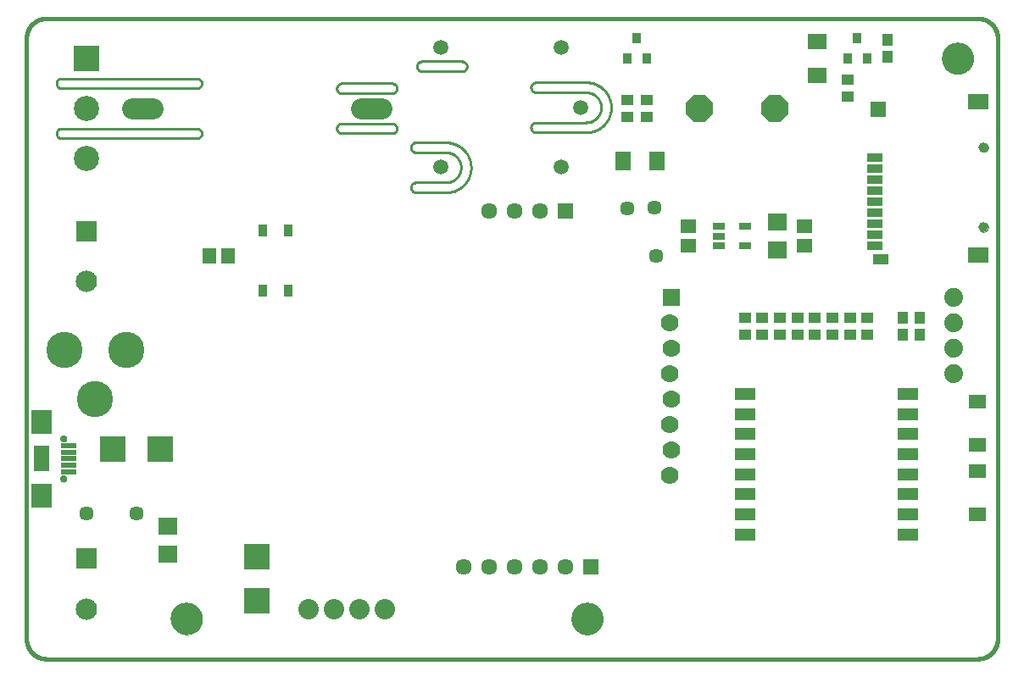
<source format=gts>
G75*
%MOIN*%
%OFA0B0*%
%FSLAX25Y25*%
%IPPOS*%
%LPD*%
%AMOC8*
5,1,8,0,0,1.08239X$1,22.5*
%
%ADD10C,0.01600*%
%ADD11C,0.01000*%
%ADD12C,0.00000*%
%ADD13C,0.12605*%
%ADD14R,0.07093X0.05518*%
%ADD15R,0.06306X0.05518*%
%ADD16R,0.06400X0.03400*%
%ADD17R,0.06400X0.04400*%
%ADD18R,0.08400X0.06400*%
%ADD19R,0.06400X0.06400*%
%ADD20C,0.03900*%
%ADD21R,0.08274X0.05124*%
%ADD22R,0.04731X0.04337*%
%ADD23R,0.05912X0.01975*%
%ADD24C,0.02762*%
%ADD25R,0.07880X0.09455*%
%ADD26R,0.06306X0.10243*%
%ADD27C,0.08000*%
%ADD28R,0.04337X0.04731*%
%ADD29R,0.07487X0.06699*%
%ADD30OC8,0.10400*%
%ADD31R,0.03500X0.03900*%
%ADD32R,0.05124X0.02565*%
%ADD33C,0.07400*%
%ADD34R,0.06337X0.06337*%
%ADD35C,0.06337*%
%ADD36R,0.05912X0.07487*%
%ADD37C,0.05943*%
%ADD38R,0.09900X0.09900*%
%ADD39C,0.09900*%
%ADD40R,0.07487X0.05912*%
%ADD41C,0.08200*%
%ADD42C,0.14243*%
%ADD43R,0.07000X0.07000*%
%ADD44C,0.07000*%
%ADD45R,0.08400X0.08400*%
%ADD46C,0.08400*%
%ADD47R,0.05518X0.06306*%
%ADD48R,0.03550X0.05124*%
%ADD49R,0.09849X0.09849*%
%ADD50R,0.10400X0.10400*%
%ADD51C,0.05715*%
D10*
X0016939Y0009674D02*
X0016939Y0245894D01*
X0016941Y0246084D01*
X0016948Y0246274D01*
X0016960Y0246464D01*
X0016976Y0246654D01*
X0016996Y0246843D01*
X0017022Y0247032D01*
X0017051Y0247220D01*
X0017086Y0247407D01*
X0017125Y0247593D01*
X0017168Y0247778D01*
X0017216Y0247963D01*
X0017268Y0248146D01*
X0017324Y0248327D01*
X0017385Y0248507D01*
X0017451Y0248686D01*
X0017520Y0248863D01*
X0017594Y0249039D01*
X0017672Y0249212D01*
X0017755Y0249384D01*
X0017841Y0249553D01*
X0017931Y0249721D01*
X0018026Y0249886D01*
X0018124Y0250049D01*
X0018227Y0250209D01*
X0018333Y0250367D01*
X0018443Y0250522D01*
X0018556Y0250675D01*
X0018674Y0250825D01*
X0018795Y0250971D01*
X0018919Y0251115D01*
X0019047Y0251256D01*
X0019178Y0251394D01*
X0019313Y0251529D01*
X0019451Y0251660D01*
X0019592Y0251788D01*
X0019736Y0251912D01*
X0019882Y0252033D01*
X0020032Y0252151D01*
X0020185Y0252264D01*
X0020340Y0252374D01*
X0020498Y0252480D01*
X0020658Y0252583D01*
X0020821Y0252681D01*
X0020986Y0252776D01*
X0021154Y0252866D01*
X0021323Y0252952D01*
X0021495Y0253035D01*
X0021668Y0253113D01*
X0021844Y0253187D01*
X0022021Y0253256D01*
X0022200Y0253322D01*
X0022380Y0253383D01*
X0022561Y0253439D01*
X0022744Y0253491D01*
X0022929Y0253539D01*
X0023114Y0253582D01*
X0023300Y0253621D01*
X0023487Y0253656D01*
X0023675Y0253685D01*
X0023864Y0253711D01*
X0024053Y0253731D01*
X0024243Y0253747D01*
X0024433Y0253759D01*
X0024623Y0253766D01*
X0024813Y0253768D01*
X0024813Y0253769D02*
X0390955Y0253769D01*
X0390955Y0253768D02*
X0391145Y0253766D01*
X0391335Y0253759D01*
X0391525Y0253747D01*
X0391715Y0253731D01*
X0391904Y0253711D01*
X0392093Y0253685D01*
X0392281Y0253656D01*
X0392468Y0253621D01*
X0392654Y0253582D01*
X0392839Y0253539D01*
X0393024Y0253491D01*
X0393207Y0253439D01*
X0393388Y0253383D01*
X0393568Y0253322D01*
X0393747Y0253256D01*
X0393924Y0253187D01*
X0394100Y0253113D01*
X0394273Y0253035D01*
X0394445Y0252952D01*
X0394614Y0252866D01*
X0394782Y0252776D01*
X0394947Y0252681D01*
X0395110Y0252583D01*
X0395270Y0252480D01*
X0395428Y0252374D01*
X0395583Y0252264D01*
X0395736Y0252151D01*
X0395886Y0252033D01*
X0396032Y0251912D01*
X0396176Y0251788D01*
X0396317Y0251660D01*
X0396455Y0251529D01*
X0396590Y0251394D01*
X0396721Y0251256D01*
X0396849Y0251115D01*
X0396973Y0250971D01*
X0397094Y0250825D01*
X0397212Y0250675D01*
X0397325Y0250522D01*
X0397435Y0250367D01*
X0397541Y0250209D01*
X0397644Y0250049D01*
X0397742Y0249886D01*
X0397837Y0249721D01*
X0397927Y0249553D01*
X0398013Y0249384D01*
X0398096Y0249212D01*
X0398174Y0249039D01*
X0398248Y0248863D01*
X0398317Y0248686D01*
X0398383Y0248507D01*
X0398444Y0248327D01*
X0398500Y0248146D01*
X0398552Y0247963D01*
X0398600Y0247778D01*
X0398643Y0247593D01*
X0398682Y0247407D01*
X0398717Y0247220D01*
X0398746Y0247032D01*
X0398772Y0246843D01*
X0398792Y0246654D01*
X0398808Y0246464D01*
X0398820Y0246274D01*
X0398827Y0246084D01*
X0398829Y0245894D01*
X0398829Y0009674D01*
X0398827Y0009484D01*
X0398820Y0009294D01*
X0398808Y0009104D01*
X0398792Y0008914D01*
X0398772Y0008725D01*
X0398746Y0008536D01*
X0398717Y0008348D01*
X0398682Y0008161D01*
X0398643Y0007975D01*
X0398600Y0007790D01*
X0398552Y0007605D01*
X0398500Y0007422D01*
X0398444Y0007241D01*
X0398383Y0007061D01*
X0398317Y0006882D01*
X0398248Y0006705D01*
X0398174Y0006529D01*
X0398096Y0006356D01*
X0398013Y0006184D01*
X0397927Y0006015D01*
X0397837Y0005847D01*
X0397742Y0005682D01*
X0397644Y0005519D01*
X0397541Y0005359D01*
X0397435Y0005201D01*
X0397325Y0005046D01*
X0397212Y0004893D01*
X0397094Y0004743D01*
X0396973Y0004597D01*
X0396849Y0004453D01*
X0396721Y0004312D01*
X0396590Y0004174D01*
X0396455Y0004039D01*
X0396317Y0003908D01*
X0396176Y0003780D01*
X0396032Y0003656D01*
X0395886Y0003535D01*
X0395736Y0003417D01*
X0395583Y0003304D01*
X0395428Y0003194D01*
X0395270Y0003088D01*
X0395110Y0002985D01*
X0394947Y0002887D01*
X0394782Y0002792D01*
X0394614Y0002702D01*
X0394445Y0002616D01*
X0394273Y0002533D01*
X0394100Y0002455D01*
X0393924Y0002381D01*
X0393747Y0002312D01*
X0393568Y0002246D01*
X0393388Y0002185D01*
X0393207Y0002129D01*
X0393024Y0002077D01*
X0392839Y0002029D01*
X0392654Y0001986D01*
X0392468Y0001947D01*
X0392281Y0001912D01*
X0392093Y0001883D01*
X0391904Y0001857D01*
X0391715Y0001837D01*
X0391525Y0001821D01*
X0391335Y0001809D01*
X0391145Y0001802D01*
X0390955Y0001800D01*
X0024813Y0001800D01*
X0024623Y0001802D01*
X0024433Y0001809D01*
X0024243Y0001821D01*
X0024053Y0001837D01*
X0023864Y0001857D01*
X0023675Y0001883D01*
X0023487Y0001912D01*
X0023300Y0001947D01*
X0023114Y0001986D01*
X0022929Y0002029D01*
X0022744Y0002077D01*
X0022561Y0002129D01*
X0022380Y0002185D01*
X0022200Y0002246D01*
X0022021Y0002312D01*
X0021844Y0002381D01*
X0021668Y0002455D01*
X0021495Y0002533D01*
X0021323Y0002616D01*
X0021154Y0002702D01*
X0020986Y0002792D01*
X0020821Y0002887D01*
X0020658Y0002985D01*
X0020498Y0003088D01*
X0020340Y0003194D01*
X0020185Y0003304D01*
X0020032Y0003417D01*
X0019882Y0003535D01*
X0019736Y0003656D01*
X0019592Y0003780D01*
X0019451Y0003908D01*
X0019313Y0004039D01*
X0019178Y0004174D01*
X0019047Y0004312D01*
X0018919Y0004453D01*
X0018795Y0004597D01*
X0018674Y0004743D01*
X0018556Y0004893D01*
X0018443Y0005046D01*
X0018333Y0005201D01*
X0018227Y0005359D01*
X0018124Y0005519D01*
X0018026Y0005682D01*
X0017931Y0005847D01*
X0017841Y0006015D01*
X0017755Y0006184D01*
X0017672Y0006356D01*
X0017594Y0006529D01*
X0017520Y0006705D01*
X0017451Y0006882D01*
X0017385Y0007061D01*
X0017324Y0007241D01*
X0017268Y0007422D01*
X0017216Y0007605D01*
X0017168Y0007790D01*
X0017125Y0007975D01*
X0017086Y0008161D01*
X0017051Y0008348D01*
X0017022Y0008536D01*
X0016996Y0008725D01*
X0016976Y0008914D01*
X0016960Y0009104D01*
X0016948Y0009294D01*
X0016941Y0009484D01*
X0016939Y0009674D01*
D11*
X0170089Y0185265D02*
X0181900Y0185265D01*
X0181900Y0189202D02*
X0170089Y0189202D01*
X0168120Y0187233D02*
X0168122Y0187147D01*
X0168127Y0187061D01*
X0168137Y0186976D01*
X0168150Y0186891D01*
X0168167Y0186807D01*
X0168187Y0186723D01*
X0168211Y0186641D01*
X0168239Y0186560D01*
X0168270Y0186479D01*
X0168304Y0186401D01*
X0168342Y0186324D01*
X0168384Y0186249D01*
X0168428Y0186175D01*
X0168476Y0186104D01*
X0168527Y0186034D01*
X0168581Y0185967D01*
X0168637Y0185903D01*
X0168697Y0185841D01*
X0168759Y0185781D01*
X0168823Y0185725D01*
X0168890Y0185671D01*
X0168960Y0185620D01*
X0169031Y0185572D01*
X0169105Y0185528D01*
X0169180Y0185486D01*
X0169257Y0185448D01*
X0169335Y0185414D01*
X0169416Y0185383D01*
X0169497Y0185355D01*
X0169579Y0185331D01*
X0169663Y0185311D01*
X0169747Y0185294D01*
X0169832Y0185281D01*
X0169917Y0185271D01*
X0170003Y0185266D01*
X0170089Y0185264D01*
X0168120Y0187233D02*
X0168122Y0187319D01*
X0168127Y0187405D01*
X0168137Y0187490D01*
X0168150Y0187575D01*
X0168167Y0187659D01*
X0168187Y0187743D01*
X0168211Y0187825D01*
X0168239Y0187906D01*
X0168270Y0187987D01*
X0168304Y0188065D01*
X0168342Y0188142D01*
X0168384Y0188218D01*
X0168428Y0188291D01*
X0168476Y0188362D01*
X0168527Y0188432D01*
X0168581Y0188499D01*
X0168637Y0188563D01*
X0168697Y0188625D01*
X0168759Y0188685D01*
X0168823Y0188741D01*
X0168890Y0188795D01*
X0168960Y0188846D01*
X0169031Y0188894D01*
X0169105Y0188938D01*
X0169180Y0188980D01*
X0169257Y0189018D01*
X0169335Y0189052D01*
X0169416Y0189083D01*
X0169497Y0189111D01*
X0169579Y0189135D01*
X0169663Y0189155D01*
X0169747Y0189172D01*
X0169832Y0189185D01*
X0169917Y0189195D01*
X0170003Y0189200D01*
X0170089Y0189202D01*
X0181900Y0204950D02*
X0182138Y0204947D01*
X0182376Y0204939D01*
X0182613Y0204924D01*
X0182850Y0204904D01*
X0183086Y0204878D01*
X0183322Y0204847D01*
X0183557Y0204810D01*
X0183791Y0204767D01*
X0184024Y0204718D01*
X0184256Y0204664D01*
X0184486Y0204604D01*
X0184715Y0204539D01*
X0184942Y0204468D01*
X0185167Y0204392D01*
X0185390Y0204310D01*
X0185612Y0204223D01*
X0185831Y0204131D01*
X0186048Y0204033D01*
X0186262Y0203931D01*
X0186474Y0203823D01*
X0186684Y0203709D01*
X0186890Y0203591D01*
X0187094Y0203468D01*
X0187294Y0203340D01*
X0187491Y0203208D01*
X0187686Y0203070D01*
X0187876Y0202928D01*
X0188064Y0202781D01*
X0188247Y0202630D01*
X0188427Y0202475D01*
X0188603Y0202315D01*
X0188775Y0202151D01*
X0188944Y0201982D01*
X0189108Y0201810D01*
X0189268Y0201634D01*
X0189423Y0201454D01*
X0189574Y0201271D01*
X0189721Y0201083D01*
X0189863Y0200893D01*
X0190001Y0200698D01*
X0190133Y0200501D01*
X0190261Y0200301D01*
X0190384Y0200097D01*
X0190502Y0199891D01*
X0190616Y0199681D01*
X0190724Y0199469D01*
X0190826Y0199255D01*
X0190924Y0199038D01*
X0191016Y0198819D01*
X0191103Y0198597D01*
X0191185Y0198374D01*
X0191261Y0198149D01*
X0191332Y0197922D01*
X0191397Y0197693D01*
X0191457Y0197463D01*
X0191511Y0197231D01*
X0191560Y0196998D01*
X0191603Y0196764D01*
X0191640Y0196529D01*
X0191671Y0196293D01*
X0191697Y0196057D01*
X0191717Y0195820D01*
X0191732Y0195583D01*
X0191740Y0195345D01*
X0191743Y0195107D01*
X0191740Y0194869D01*
X0191732Y0194631D01*
X0191717Y0194394D01*
X0191697Y0194157D01*
X0191671Y0193921D01*
X0191640Y0193685D01*
X0191603Y0193450D01*
X0191560Y0193216D01*
X0191511Y0192983D01*
X0191457Y0192751D01*
X0191397Y0192521D01*
X0191332Y0192292D01*
X0191261Y0192065D01*
X0191185Y0191840D01*
X0191103Y0191617D01*
X0191016Y0191395D01*
X0190924Y0191176D01*
X0190826Y0190959D01*
X0190724Y0190745D01*
X0190616Y0190533D01*
X0190502Y0190323D01*
X0190384Y0190117D01*
X0190261Y0189913D01*
X0190133Y0189713D01*
X0190001Y0189516D01*
X0189863Y0189321D01*
X0189721Y0189131D01*
X0189574Y0188943D01*
X0189423Y0188760D01*
X0189268Y0188580D01*
X0189108Y0188404D01*
X0188944Y0188232D01*
X0188775Y0188063D01*
X0188603Y0187899D01*
X0188427Y0187739D01*
X0188247Y0187584D01*
X0188064Y0187433D01*
X0187876Y0187286D01*
X0187686Y0187144D01*
X0187491Y0187006D01*
X0187294Y0186874D01*
X0187094Y0186746D01*
X0186890Y0186623D01*
X0186684Y0186505D01*
X0186474Y0186391D01*
X0186262Y0186283D01*
X0186048Y0186181D01*
X0185831Y0186083D01*
X0185612Y0185991D01*
X0185390Y0185904D01*
X0185167Y0185822D01*
X0184942Y0185746D01*
X0184715Y0185675D01*
X0184486Y0185610D01*
X0184256Y0185550D01*
X0184024Y0185496D01*
X0183791Y0185447D01*
X0183557Y0185404D01*
X0183322Y0185367D01*
X0183086Y0185336D01*
X0182850Y0185310D01*
X0182613Y0185290D01*
X0182376Y0185275D01*
X0182138Y0185267D01*
X0181900Y0185264D01*
X0181900Y0189201D02*
X0182052Y0189203D01*
X0182204Y0189209D01*
X0182356Y0189219D01*
X0182507Y0189232D01*
X0182658Y0189250D01*
X0182809Y0189271D01*
X0182959Y0189297D01*
X0183108Y0189326D01*
X0183257Y0189359D01*
X0183404Y0189396D01*
X0183551Y0189436D01*
X0183696Y0189481D01*
X0183840Y0189529D01*
X0183983Y0189581D01*
X0184125Y0189636D01*
X0184265Y0189695D01*
X0184404Y0189758D01*
X0184541Y0189824D01*
X0184676Y0189894D01*
X0184809Y0189967D01*
X0184940Y0190044D01*
X0185070Y0190124D01*
X0185197Y0190207D01*
X0185322Y0190293D01*
X0185445Y0190383D01*
X0185565Y0190476D01*
X0185683Y0190572D01*
X0185799Y0190671D01*
X0185912Y0190773D01*
X0186022Y0190877D01*
X0186130Y0190985D01*
X0186234Y0191095D01*
X0186336Y0191208D01*
X0186435Y0191324D01*
X0186531Y0191442D01*
X0186624Y0191562D01*
X0186714Y0191685D01*
X0186800Y0191810D01*
X0186883Y0191937D01*
X0186963Y0192067D01*
X0187040Y0192198D01*
X0187113Y0192331D01*
X0187183Y0192466D01*
X0187249Y0192603D01*
X0187312Y0192742D01*
X0187371Y0192882D01*
X0187426Y0193024D01*
X0187478Y0193167D01*
X0187526Y0193311D01*
X0187571Y0193456D01*
X0187611Y0193603D01*
X0187648Y0193750D01*
X0187681Y0193899D01*
X0187710Y0194048D01*
X0187736Y0194198D01*
X0187757Y0194349D01*
X0187775Y0194500D01*
X0187788Y0194651D01*
X0187798Y0194803D01*
X0187804Y0194955D01*
X0187806Y0195107D01*
X0187804Y0195259D01*
X0187798Y0195411D01*
X0187788Y0195563D01*
X0187775Y0195714D01*
X0187757Y0195865D01*
X0187736Y0196016D01*
X0187710Y0196166D01*
X0187681Y0196315D01*
X0187648Y0196464D01*
X0187611Y0196611D01*
X0187571Y0196758D01*
X0187526Y0196903D01*
X0187478Y0197047D01*
X0187426Y0197190D01*
X0187371Y0197332D01*
X0187312Y0197472D01*
X0187249Y0197611D01*
X0187183Y0197748D01*
X0187113Y0197883D01*
X0187040Y0198016D01*
X0186963Y0198147D01*
X0186883Y0198277D01*
X0186800Y0198404D01*
X0186714Y0198529D01*
X0186624Y0198652D01*
X0186531Y0198772D01*
X0186435Y0198890D01*
X0186336Y0199006D01*
X0186234Y0199119D01*
X0186130Y0199229D01*
X0186022Y0199337D01*
X0185912Y0199441D01*
X0185799Y0199543D01*
X0185683Y0199642D01*
X0185565Y0199738D01*
X0185445Y0199831D01*
X0185322Y0199921D01*
X0185197Y0200007D01*
X0185070Y0200090D01*
X0184940Y0200170D01*
X0184809Y0200247D01*
X0184676Y0200320D01*
X0184541Y0200390D01*
X0184404Y0200456D01*
X0184265Y0200519D01*
X0184125Y0200578D01*
X0183983Y0200633D01*
X0183840Y0200685D01*
X0183696Y0200733D01*
X0183551Y0200778D01*
X0183404Y0200818D01*
X0183257Y0200855D01*
X0183108Y0200888D01*
X0182959Y0200917D01*
X0182809Y0200943D01*
X0182658Y0200964D01*
X0182507Y0200982D01*
X0182356Y0200995D01*
X0182204Y0201005D01*
X0182052Y0201011D01*
X0181900Y0201013D01*
X0170089Y0201013D01*
X0168120Y0202981D02*
X0168122Y0203067D01*
X0168127Y0203153D01*
X0168137Y0203238D01*
X0168150Y0203323D01*
X0168167Y0203407D01*
X0168187Y0203491D01*
X0168211Y0203573D01*
X0168239Y0203654D01*
X0168270Y0203735D01*
X0168304Y0203813D01*
X0168342Y0203890D01*
X0168384Y0203966D01*
X0168428Y0204039D01*
X0168476Y0204110D01*
X0168527Y0204180D01*
X0168581Y0204247D01*
X0168637Y0204311D01*
X0168697Y0204373D01*
X0168759Y0204433D01*
X0168823Y0204489D01*
X0168890Y0204543D01*
X0168960Y0204594D01*
X0169031Y0204642D01*
X0169105Y0204686D01*
X0169180Y0204728D01*
X0169257Y0204766D01*
X0169335Y0204800D01*
X0169416Y0204831D01*
X0169497Y0204859D01*
X0169579Y0204883D01*
X0169663Y0204903D01*
X0169747Y0204920D01*
X0169832Y0204933D01*
X0169917Y0204943D01*
X0170003Y0204948D01*
X0170089Y0204950D01*
X0181900Y0204950D01*
X0170089Y0201012D02*
X0170003Y0201014D01*
X0169917Y0201019D01*
X0169832Y0201029D01*
X0169747Y0201042D01*
X0169663Y0201059D01*
X0169579Y0201079D01*
X0169497Y0201103D01*
X0169416Y0201131D01*
X0169335Y0201162D01*
X0169257Y0201196D01*
X0169180Y0201234D01*
X0169105Y0201276D01*
X0169031Y0201320D01*
X0168960Y0201368D01*
X0168890Y0201419D01*
X0168823Y0201473D01*
X0168759Y0201529D01*
X0168697Y0201589D01*
X0168637Y0201651D01*
X0168581Y0201715D01*
X0168527Y0201782D01*
X0168476Y0201852D01*
X0168428Y0201923D01*
X0168384Y0201997D01*
X0168342Y0202072D01*
X0168304Y0202149D01*
X0168270Y0202227D01*
X0168239Y0202308D01*
X0168211Y0202389D01*
X0168187Y0202471D01*
X0168167Y0202555D01*
X0168150Y0202639D01*
X0168137Y0202724D01*
X0168127Y0202809D01*
X0168122Y0202895D01*
X0168120Y0202981D01*
X0160640Y0208493D02*
X0140955Y0208493D01*
X0138986Y0210461D02*
X0138988Y0210547D01*
X0138993Y0210633D01*
X0139003Y0210718D01*
X0139016Y0210803D01*
X0139033Y0210887D01*
X0139053Y0210971D01*
X0139077Y0211053D01*
X0139105Y0211134D01*
X0139136Y0211215D01*
X0139170Y0211293D01*
X0139208Y0211370D01*
X0139250Y0211446D01*
X0139294Y0211519D01*
X0139342Y0211590D01*
X0139393Y0211660D01*
X0139447Y0211727D01*
X0139503Y0211791D01*
X0139563Y0211853D01*
X0139625Y0211913D01*
X0139689Y0211969D01*
X0139756Y0212023D01*
X0139826Y0212074D01*
X0139897Y0212122D01*
X0139971Y0212166D01*
X0140046Y0212208D01*
X0140123Y0212246D01*
X0140201Y0212280D01*
X0140282Y0212311D01*
X0140363Y0212339D01*
X0140445Y0212363D01*
X0140529Y0212383D01*
X0140613Y0212400D01*
X0140698Y0212413D01*
X0140783Y0212423D01*
X0140869Y0212428D01*
X0140955Y0212430D01*
X0160640Y0212430D01*
X0160726Y0212428D01*
X0160812Y0212423D01*
X0160897Y0212413D01*
X0160982Y0212400D01*
X0161066Y0212383D01*
X0161150Y0212363D01*
X0161232Y0212339D01*
X0161313Y0212311D01*
X0161394Y0212280D01*
X0161472Y0212246D01*
X0161549Y0212208D01*
X0161625Y0212166D01*
X0161698Y0212122D01*
X0161769Y0212074D01*
X0161839Y0212023D01*
X0161906Y0211969D01*
X0161970Y0211913D01*
X0162032Y0211853D01*
X0162092Y0211791D01*
X0162148Y0211727D01*
X0162202Y0211660D01*
X0162253Y0211590D01*
X0162301Y0211519D01*
X0162345Y0211446D01*
X0162387Y0211370D01*
X0162425Y0211293D01*
X0162459Y0211215D01*
X0162490Y0211134D01*
X0162518Y0211053D01*
X0162542Y0210971D01*
X0162562Y0210887D01*
X0162579Y0210803D01*
X0162592Y0210718D01*
X0162602Y0210633D01*
X0162607Y0210547D01*
X0162609Y0210461D01*
X0162607Y0210375D01*
X0162602Y0210289D01*
X0162592Y0210204D01*
X0162579Y0210119D01*
X0162562Y0210035D01*
X0162542Y0209951D01*
X0162518Y0209869D01*
X0162490Y0209788D01*
X0162459Y0209707D01*
X0162425Y0209629D01*
X0162387Y0209552D01*
X0162345Y0209477D01*
X0162301Y0209403D01*
X0162253Y0209332D01*
X0162202Y0209262D01*
X0162148Y0209195D01*
X0162092Y0209131D01*
X0162032Y0209069D01*
X0161970Y0209009D01*
X0161906Y0208953D01*
X0161839Y0208899D01*
X0161769Y0208848D01*
X0161698Y0208800D01*
X0161625Y0208756D01*
X0161549Y0208714D01*
X0161472Y0208676D01*
X0161394Y0208642D01*
X0161313Y0208611D01*
X0161232Y0208583D01*
X0161150Y0208559D01*
X0161066Y0208539D01*
X0160982Y0208522D01*
X0160897Y0208509D01*
X0160812Y0208499D01*
X0160726Y0208494D01*
X0160640Y0208492D01*
X0140955Y0208492D02*
X0140869Y0208494D01*
X0140783Y0208499D01*
X0140698Y0208509D01*
X0140613Y0208522D01*
X0140529Y0208539D01*
X0140445Y0208559D01*
X0140363Y0208583D01*
X0140282Y0208611D01*
X0140201Y0208642D01*
X0140123Y0208676D01*
X0140046Y0208714D01*
X0139971Y0208756D01*
X0139897Y0208800D01*
X0139826Y0208848D01*
X0139756Y0208899D01*
X0139689Y0208953D01*
X0139625Y0209009D01*
X0139563Y0209069D01*
X0139503Y0209131D01*
X0139447Y0209195D01*
X0139393Y0209262D01*
X0139342Y0209332D01*
X0139294Y0209403D01*
X0139250Y0209477D01*
X0139208Y0209552D01*
X0139170Y0209629D01*
X0139136Y0209707D01*
X0139105Y0209788D01*
X0139077Y0209869D01*
X0139053Y0209951D01*
X0139033Y0210035D01*
X0139016Y0210119D01*
X0139003Y0210204D01*
X0138993Y0210289D01*
X0138988Y0210375D01*
X0138986Y0210461D01*
X0140955Y0224241D02*
X0160640Y0224241D01*
X0162609Y0226209D02*
X0162607Y0226295D01*
X0162602Y0226381D01*
X0162592Y0226466D01*
X0162579Y0226551D01*
X0162562Y0226635D01*
X0162542Y0226719D01*
X0162518Y0226801D01*
X0162490Y0226882D01*
X0162459Y0226963D01*
X0162425Y0227041D01*
X0162387Y0227118D01*
X0162345Y0227194D01*
X0162301Y0227267D01*
X0162253Y0227338D01*
X0162202Y0227408D01*
X0162148Y0227475D01*
X0162092Y0227539D01*
X0162032Y0227601D01*
X0161970Y0227661D01*
X0161906Y0227717D01*
X0161839Y0227771D01*
X0161769Y0227822D01*
X0161698Y0227870D01*
X0161625Y0227914D01*
X0161549Y0227956D01*
X0161472Y0227994D01*
X0161394Y0228028D01*
X0161313Y0228059D01*
X0161232Y0228087D01*
X0161150Y0228111D01*
X0161066Y0228131D01*
X0160982Y0228148D01*
X0160897Y0228161D01*
X0160812Y0228171D01*
X0160726Y0228176D01*
X0160640Y0228178D01*
X0140955Y0228178D01*
X0140869Y0228176D01*
X0140783Y0228171D01*
X0140698Y0228161D01*
X0140613Y0228148D01*
X0140529Y0228131D01*
X0140445Y0228111D01*
X0140363Y0228087D01*
X0140282Y0228059D01*
X0140201Y0228028D01*
X0140123Y0227994D01*
X0140046Y0227956D01*
X0139971Y0227914D01*
X0139897Y0227870D01*
X0139826Y0227822D01*
X0139756Y0227771D01*
X0139689Y0227717D01*
X0139625Y0227661D01*
X0139563Y0227601D01*
X0139503Y0227539D01*
X0139447Y0227475D01*
X0139393Y0227408D01*
X0139342Y0227338D01*
X0139294Y0227267D01*
X0139250Y0227194D01*
X0139208Y0227118D01*
X0139170Y0227041D01*
X0139136Y0226963D01*
X0139105Y0226882D01*
X0139077Y0226801D01*
X0139053Y0226719D01*
X0139033Y0226635D01*
X0139016Y0226551D01*
X0139003Y0226466D01*
X0138993Y0226381D01*
X0138988Y0226295D01*
X0138986Y0226209D01*
X0138988Y0226123D01*
X0138993Y0226037D01*
X0139003Y0225952D01*
X0139016Y0225867D01*
X0139033Y0225783D01*
X0139053Y0225699D01*
X0139077Y0225617D01*
X0139105Y0225536D01*
X0139136Y0225455D01*
X0139170Y0225377D01*
X0139208Y0225300D01*
X0139250Y0225225D01*
X0139294Y0225151D01*
X0139342Y0225080D01*
X0139393Y0225010D01*
X0139447Y0224943D01*
X0139503Y0224879D01*
X0139563Y0224817D01*
X0139625Y0224757D01*
X0139689Y0224701D01*
X0139756Y0224647D01*
X0139826Y0224596D01*
X0139897Y0224548D01*
X0139971Y0224504D01*
X0140046Y0224462D01*
X0140123Y0224424D01*
X0140201Y0224390D01*
X0140282Y0224359D01*
X0140363Y0224331D01*
X0140445Y0224307D01*
X0140529Y0224287D01*
X0140613Y0224270D01*
X0140698Y0224257D01*
X0140783Y0224247D01*
X0140869Y0224242D01*
X0140955Y0224240D01*
X0160640Y0224240D02*
X0160726Y0224242D01*
X0160812Y0224247D01*
X0160897Y0224257D01*
X0160982Y0224270D01*
X0161066Y0224287D01*
X0161150Y0224307D01*
X0161232Y0224331D01*
X0161313Y0224359D01*
X0161394Y0224390D01*
X0161472Y0224424D01*
X0161549Y0224462D01*
X0161625Y0224504D01*
X0161698Y0224548D01*
X0161769Y0224596D01*
X0161839Y0224647D01*
X0161906Y0224701D01*
X0161970Y0224757D01*
X0162032Y0224817D01*
X0162092Y0224879D01*
X0162148Y0224943D01*
X0162202Y0225010D01*
X0162253Y0225080D01*
X0162301Y0225151D01*
X0162345Y0225225D01*
X0162387Y0225300D01*
X0162425Y0225377D01*
X0162459Y0225455D01*
X0162490Y0225536D01*
X0162518Y0225617D01*
X0162542Y0225699D01*
X0162562Y0225783D01*
X0162579Y0225867D01*
X0162592Y0225952D01*
X0162602Y0226037D01*
X0162607Y0226123D01*
X0162609Y0226209D01*
X0172451Y0232902D02*
X0188199Y0232902D01*
X0190168Y0234871D02*
X0190166Y0234957D01*
X0190161Y0235043D01*
X0190151Y0235128D01*
X0190138Y0235213D01*
X0190121Y0235297D01*
X0190101Y0235381D01*
X0190077Y0235463D01*
X0190049Y0235544D01*
X0190018Y0235625D01*
X0189984Y0235703D01*
X0189946Y0235780D01*
X0189904Y0235856D01*
X0189860Y0235929D01*
X0189812Y0236000D01*
X0189761Y0236070D01*
X0189707Y0236137D01*
X0189651Y0236201D01*
X0189591Y0236263D01*
X0189529Y0236323D01*
X0189465Y0236379D01*
X0189398Y0236433D01*
X0189328Y0236484D01*
X0189257Y0236532D01*
X0189184Y0236576D01*
X0189108Y0236618D01*
X0189031Y0236656D01*
X0188953Y0236690D01*
X0188872Y0236721D01*
X0188791Y0236749D01*
X0188709Y0236773D01*
X0188625Y0236793D01*
X0188541Y0236810D01*
X0188456Y0236823D01*
X0188371Y0236833D01*
X0188285Y0236838D01*
X0188199Y0236840D01*
X0188199Y0236839D02*
X0172451Y0236839D01*
X0172451Y0236840D02*
X0172365Y0236838D01*
X0172279Y0236833D01*
X0172194Y0236823D01*
X0172109Y0236810D01*
X0172025Y0236793D01*
X0171941Y0236773D01*
X0171859Y0236749D01*
X0171778Y0236721D01*
X0171697Y0236690D01*
X0171619Y0236656D01*
X0171542Y0236618D01*
X0171467Y0236576D01*
X0171393Y0236532D01*
X0171322Y0236484D01*
X0171252Y0236433D01*
X0171185Y0236379D01*
X0171121Y0236323D01*
X0171059Y0236263D01*
X0170999Y0236201D01*
X0170943Y0236137D01*
X0170889Y0236070D01*
X0170838Y0236000D01*
X0170790Y0235929D01*
X0170746Y0235856D01*
X0170704Y0235780D01*
X0170666Y0235703D01*
X0170632Y0235625D01*
X0170601Y0235544D01*
X0170573Y0235463D01*
X0170549Y0235381D01*
X0170529Y0235297D01*
X0170512Y0235213D01*
X0170499Y0235128D01*
X0170489Y0235043D01*
X0170484Y0234957D01*
X0170482Y0234871D01*
X0170484Y0234785D01*
X0170489Y0234699D01*
X0170499Y0234614D01*
X0170512Y0234529D01*
X0170529Y0234445D01*
X0170549Y0234361D01*
X0170573Y0234279D01*
X0170601Y0234198D01*
X0170632Y0234117D01*
X0170666Y0234039D01*
X0170704Y0233962D01*
X0170746Y0233887D01*
X0170790Y0233813D01*
X0170838Y0233742D01*
X0170889Y0233672D01*
X0170943Y0233605D01*
X0170999Y0233541D01*
X0171059Y0233479D01*
X0171121Y0233419D01*
X0171185Y0233363D01*
X0171252Y0233309D01*
X0171322Y0233258D01*
X0171393Y0233210D01*
X0171467Y0233166D01*
X0171542Y0233124D01*
X0171619Y0233086D01*
X0171697Y0233052D01*
X0171778Y0233021D01*
X0171859Y0232993D01*
X0171941Y0232969D01*
X0172025Y0232949D01*
X0172109Y0232932D01*
X0172194Y0232919D01*
X0172279Y0232909D01*
X0172365Y0232904D01*
X0172451Y0232902D01*
X0188199Y0232902D02*
X0188285Y0232904D01*
X0188371Y0232909D01*
X0188456Y0232919D01*
X0188541Y0232932D01*
X0188625Y0232949D01*
X0188709Y0232969D01*
X0188791Y0232993D01*
X0188872Y0233021D01*
X0188953Y0233052D01*
X0189031Y0233086D01*
X0189108Y0233124D01*
X0189184Y0233166D01*
X0189257Y0233210D01*
X0189328Y0233258D01*
X0189398Y0233309D01*
X0189465Y0233363D01*
X0189529Y0233419D01*
X0189591Y0233479D01*
X0189651Y0233541D01*
X0189707Y0233605D01*
X0189761Y0233672D01*
X0189812Y0233742D01*
X0189860Y0233813D01*
X0189904Y0233887D01*
X0189946Y0233962D01*
X0189984Y0234039D01*
X0190018Y0234117D01*
X0190049Y0234198D01*
X0190077Y0234279D01*
X0190101Y0234361D01*
X0190121Y0234445D01*
X0190138Y0234529D01*
X0190151Y0234614D01*
X0190161Y0234699D01*
X0190166Y0234785D01*
X0190168Y0234871D01*
X0217333Y0228572D02*
X0237018Y0228572D01*
X0237018Y0224635D02*
X0217333Y0224635D01*
X0215364Y0226603D02*
X0215366Y0226689D01*
X0215371Y0226775D01*
X0215381Y0226860D01*
X0215394Y0226945D01*
X0215411Y0227029D01*
X0215431Y0227113D01*
X0215455Y0227195D01*
X0215483Y0227276D01*
X0215514Y0227357D01*
X0215548Y0227435D01*
X0215586Y0227512D01*
X0215628Y0227588D01*
X0215672Y0227661D01*
X0215720Y0227732D01*
X0215771Y0227802D01*
X0215825Y0227869D01*
X0215881Y0227933D01*
X0215941Y0227995D01*
X0216003Y0228055D01*
X0216067Y0228111D01*
X0216134Y0228165D01*
X0216204Y0228216D01*
X0216275Y0228264D01*
X0216349Y0228308D01*
X0216424Y0228350D01*
X0216501Y0228388D01*
X0216579Y0228422D01*
X0216660Y0228453D01*
X0216741Y0228481D01*
X0216823Y0228505D01*
X0216907Y0228525D01*
X0216991Y0228542D01*
X0217076Y0228555D01*
X0217161Y0228565D01*
X0217247Y0228570D01*
X0217333Y0228572D01*
X0215364Y0226603D02*
X0215366Y0226517D01*
X0215371Y0226431D01*
X0215381Y0226346D01*
X0215394Y0226261D01*
X0215411Y0226177D01*
X0215431Y0226093D01*
X0215455Y0226011D01*
X0215483Y0225930D01*
X0215514Y0225849D01*
X0215548Y0225771D01*
X0215586Y0225694D01*
X0215628Y0225619D01*
X0215672Y0225545D01*
X0215720Y0225474D01*
X0215771Y0225404D01*
X0215825Y0225337D01*
X0215881Y0225273D01*
X0215941Y0225211D01*
X0216003Y0225151D01*
X0216067Y0225095D01*
X0216134Y0225041D01*
X0216204Y0224990D01*
X0216275Y0224942D01*
X0216349Y0224898D01*
X0216424Y0224856D01*
X0216501Y0224818D01*
X0216579Y0224784D01*
X0216660Y0224753D01*
X0216741Y0224725D01*
X0216823Y0224701D01*
X0216907Y0224681D01*
X0216991Y0224664D01*
X0217076Y0224651D01*
X0217161Y0224641D01*
X0217247Y0224636D01*
X0217333Y0224634D01*
X0217333Y0212824D02*
X0237018Y0212824D01*
X0237018Y0208887D02*
X0217333Y0208887D01*
X0217333Y0208886D02*
X0217247Y0208888D01*
X0217161Y0208893D01*
X0217076Y0208903D01*
X0216991Y0208916D01*
X0216907Y0208933D01*
X0216823Y0208953D01*
X0216741Y0208977D01*
X0216660Y0209005D01*
X0216579Y0209036D01*
X0216501Y0209070D01*
X0216424Y0209108D01*
X0216349Y0209150D01*
X0216275Y0209194D01*
X0216204Y0209242D01*
X0216134Y0209293D01*
X0216067Y0209347D01*
X0216003Y0209403D01*
X0215941Y0209463D01*
X0215881Y0209525D01*
X0215825Y0209589D01*
X0215771Y0209656D01*
X0215720Y0209726D01*
X0215672Y0209797D01*
X0215628Y0209871D01*
X0215586Y0209946D01*
X0215548Y0210023D01*
X0215514Y0210101D01*
X0215483Y0210182D01*
X0215455Y0210263D01*
X0215431Y0210345D01*
X0215411Y0210429D01*
X0215394Y0210513D01*
X0215381Y0210598D01*
X0215371Y0210683D01*
X0215366Y0210769D01*
X0215364Y0210855D01*
X0215366Y0210941D01*
X0215371Y0211027D01*
X0215381Y0211112D01*
X0215394Y0211197D01*
X0215411Y0211281D01*
X0215431Y0211365D01*
X0215455Y0211447D01*
X0215483Y0211528D01*
X0215514Y0211609D01*
X0215548Y0211687D01*
X0215586Y0211764D01*
X0215628Y0211840D01*
X0215672Y0211913D01*
X0215720Y0211984D01*
X0215771Y0212054D01*
X0215825Y0212121D01*
X0215881Y0212185D01*
X0215941Y0212247D01*
X0216003Y0212307D01*
X0216067Y0212363D01*
X0216134Y0212417D01*
X0216204Y0212468D01*
X0216275Y0212516D01*
X0216349Y0212560D01*
X0216424Y0212602D01*
X0216501Y0212640D01*
X0216579Y0212674D01*
X0216660Y0212705D01*
X0216741Y0212733D01*
X0216823Y0212757D01*
X0216907Y0212777D01*
X0216991Y0212794D01*
X0217076Y0212807D01*
X0217161Y0212817D01*
X0217247Y0212822D01*
X0217333Y0212824D01*
X0237018Y0228572D02*
X0237256Y0228569D01*
X0237494Y0228561D01*
X0237731Y0228546D01*
X0237968Y0228526D01*
X0238204Y0228500D01*
X0238440Y0228469D01*
X0238675Y0228432D01*
X0238909Y0228389D01*
X0239142Y0228340D01*
X0239374Y0228286D01*
X0239604Y0228226D01*
X0239833Y0228161D01*
X0240060Y0228090D01*
X0240285Y0228014D01*
X0240508Y0227932D01*
X0240730Y0227845D01*
X0240949Y0227753D01*
X0241166Y0227655D01*
X0241380Y0227553D01*
X0241592Y0227445D01*
X0241802Y0227331D01*
X0242008Y0227213D01*
X0242212Y0227090D01*
X0242412Y0226962D01*
X0242609Y0226830D01*
X0242804Y0226692D01*
X0242994Y0226550D01*
X0243182Y0226403D01*
X0243365Y0226252D01*
X0243545Y0226097D01*
X0243721Y0225937D01*
X0243893Y0225773D01*
X0244062Y0225604D01*
X0244226Y0225432D01*
X0244386Y0225256D01*
X0244541Y0225076D01*
X0244692Y0224893D01*
X0244839Y0224705D01*
X0244981Y0224515D01*
X0245119Y0224320D01*
X0245251Y0224123D01*
X0245379Y0223923D01*
X0245502Y0223719D01*
X0245620Y0223513D01*
X0245734Y0223303D01*
X0245842Y0223091D01*
X0245944Y0222877D01*
X0246042Y0222660D01*
X0246134Y0222441D01*
X0246221Y0222219D01*
X0246303Y0221996D01*
X0246379Y0221771D01*
X0246450Y0221544D01*
X0246515Y0221315D01*
X0246575Y0221085D01*
X0246629Y0220853D01*
X0246678Y0220620D01*
X0246721Y0220386D01*
X0246758Y0220151D01*
X0246789Y0219915D01*
X0246815Y0219679D01*
X0246835Y0219442D01*
X0246850Y0219205D01*
X0246858Y0218967D01*
X0246861Y0218729D01*
X0246858Y0218491D01*
X0246850Y0218253D01*
X0246835Y0218016D01*
X0246815Y0217779D01*
X0246789Y0217543D01*
X0246758Y0217307D01*
X0246721Y0217072D01*
X0246678Y0216838D01*
X0246629Y0216605D01*
X0246575Y0216373D01*
X0246515Y0216143D01*
X0246450Y0215914D01*
X0246379Y0215687D01*
X0246303Y0215462D01*
X0246221Y0215239D01*
X0246134Y0215017D01*
X0246042Y0214798D01*
X0245944Y0214581D01*
X0245842Y0214367D01*
X0245734Y0214155D01*
X0245620Y0213945D01*
X0245502Y0213739D01*
X0245379Y0213535D01*
X0245251Y0213335D01*
X0245119Y0213138D01*
X0244981Y0212943D01*
X0244839Y0212753D01*
X0244692Y0212565D01*
X0244541Y0212382D01*
X0244386Y0212202D01*
X0244226Y0212026D01*
X0244062Y0211854D01*
X0243893Y0211685D01*
X0243721Y0211521D01*
X0243545Y0211361D01*
X0243365Y0211206D01*
X0243182Y0211055D01*
X0242994Y0210908D01*
X0242804Y0210766D01*
X0242609Y0210628D01*
X0242412Y0210496D01*
X0242212Y0210368D01*
X0242008Y0210245D01*
X0241802Y0210127D01*
X0241592Y0210013D01*
X0241380Y0209905D01*
X0241166Y0209803D01*
X0240949Y0209705D01*
X0240730Y0209613D01*
X0240508Y0209526D01*
X0240285Y0209444D01*
X0240060Y0209368D01*
X0239833Y0209297D01*
X0239604Y0209232D01*
X0239374Y0209172D01*
X0239142Y0209118D01*
X0238909Y0209069D01*
X0238675Y0209026D01*
X0238440Y0208989D01*
X0238204Y0208958D01*
X0237968Y0208932D01*
X0237731Y0208912D01*
X0237494Y0208897D01*
X0237256Y0208889D01*
X0237018Y0208886D01*
X0237018Y0212823D02*
X0237170Y0212825D01*
X0237322Y0212831D01*
X0237474Y0212841D01*
X0237625Y0212854D01*
X0237776Y0212872D01*
X0237927Y0212893D01*
X0238077Y0212919D01*
X0238226Y0212948D01*
X0238375Y0212981D01*
X0238522Y0213018D01*
X0238669Y0213058D01*
X0238814Y0213103D01*
X0238958Y0213151D01*
X0239101Y0213203D01*
X0239243Y0213258D01*
X0239383Y0213317D01*
X0239522Y0213380D01*
X0239659Y0213446D01*
X0239794Y0213516D01*
X0239927Y0213589D01*
X0240058Y0213666D01*
X0240188Y0213746D01*
X0240315Y0213829D01*
X0240440Y0213915D01*
X0240563Y0214005D01*
X0240683Y0214098D01*
X0240801Y0214194D01*
X0240917Y0214293D01*
X0241030Y0214395D01*
X0241140Y0214499D01*
X0241248Y0214607D01*
X0241352Y0214717D01*
X0241454Y0214830D01*
X0241553Y0214946D01*
X0241649Y0215064D01*
X0241742Y0215184D01*
X0241832Y0215307D01*
X0241918Y0215432D01*
X0242001Y0215559D01*
X0242081Y0215689D01*
X0242158Y0215820D01*
X0242231Y0215953D01*
X0242301Y0216088D01*
X0242367Y0216225D01*
X0242430Y0216364D01*
X0242489Y0216504D01*
X0242544Y0216646D01*
X0242596Y0216789D01*
X0242644Y0216933D01*
X0242689Y0217078D01*
X0242729Y0217225D01*
X0242766Y0217372D01*
X0242799Y0217521D01*
X0242828Y0217670D01*
X0242854Y0217820D01*
X0242875Y0217971D01*
X0242893Y0218122D01*
X0242906Y0218273D01*
X0242916Y0218425D01*
X0242922Y0218577D01*
X0242924Y0218729D01*
X0242922Y0218881D01*
X0242916Y0219033D01*
X0242906Y0219185D01*
X0242893Y0219336D01*
X0242875Y0219487D01*
X0242854Y0219638D01*
X0242828Y0219788D01*
X0242799Y0219937D01*
X0242766Y0220086D01*
X0242729Y0220233D01*
X0242689Y0220380D01*
X0242644Y0220525D01*
X0242596Y0220669D01*
X0242544Y0220812D01*
X0242489Y0220954D01*
X0242430Y0221094D01*
X0242367Y0221233D01*
X0242301Y0221370D01*
X0242231Y0221505D01*
X0242158Y0221638D01*
X0242081Y0221769D01*
X0242001Y0221899D01*
X0241918Y0222026D01*
X0241832Y0222151D01*
X0241742Y0222274D01*
X0241649Y0222394D01*
X0241553Y0222512D01*
X0241454Y0222628D01*
X0241352Y0222741D01*
X0241248Y0222851D01*
X0241140Y0222959D01*
X0241030Y0223063D01*
X0240917Y0223165D01*
X0240801Y0223264D01*
X0240683Y0223360D01*
X0240563Y0223453D01*
X0240440Y0223543D01*
X0240315Y0223629D01*
X0240188Y0223712D01*
X0240058Y0223792D01*
X0239927Y0223869D01*
X0239794Y0223942D01*
X0239659Y0224012D01*
X0239522Y0224078D01*
X0239383Y0224141D01*
X0239243Y0224200D01*
X0239101Y0224255D01*
X0238958Y0224307D01*
X0238814Y0224355D01*
X0238669Y0224400D01*
X0238522Y0224440D01*
X0238375Y0224477D01*
X0238226Y0224510D01*
X0238077Y0224539D01*
X0237927Y0224565D01*
X0237776Y0224586D01*
X0237625Y0224604D01*
X0237474Y0224617D01*
X0237322Y0224627D01*
X0237170Y0224633D01*
X0237018Y0224635D01*
X0083868Y0226209D02*
X0030719Y0226209D01*
X0028750Y0228178D02*
X0028752Y0228264D01*
X0028757Y0228350D01*
X0028767Y0228435D01*
X0028780Y0228520D01*
X0028797Y0228604D01*
X0028817Y0228688D01*
X0028841Y0228770D01*
X0028869Y0228851D01*
X0028900Y0228932D01*
X0028934Y0229010D01*
X0028972Y0229087D01*
X0029014Y0229163D01*
X0029058Y0229236D01*
X0029106Y0229307D01*
X0029157Y0229377D01*
X0029211Y0229444D01*
X0029267Y0229508D01*
X0029327Y0229570D01*
X0029389Y0229630D01*
X0029453Y0229686D01*
X0029520Y0229740D01*
X0029590Y0229791D01*
X0029661Y0229839D01*
X0029735Y0229883D01*
X0029810Y0229925D01*
X0029887Y0229963D01*
X0029965Y0229997D01*
X0030046Y0230028D01*
X0030127Y0230056D01*
X0030209Y0230080D01*
X0030293Y0230100D01*
X0030377Y0230117D01*
X0030462Y0230130D01*
X0030547Y0230140D01*
X0030633Y0230145D01*
X0030719Y0230147D01*
X0030719Y0230146D02*
X0083868Y0230146D01*
X0083868Y0230147D02*
X0083954Y0230145D01*
X0084040Y0230140D01*
X0084125Y0230130D01*
X0084210Y0230117D01*
X0084294Y0230100D01*
X0084378Y0230080D01*
X0084460Y0230056D01*
X0084541Y0230028D01*
X0084622Y0229997D01*
X0084700Y0229963D01*
X0084777Y0229925D01*
X0084853Y0229883D01*
X0084926Y0229839D01*
X0084997Y0229791D01*
X0085067Y0229740D01*
X0085134Y0229686D01*
X0085198Y0229630D01*
X0085260Y0229570D01*
X0085320Y0229508D01*
X0085376Y0229444D01*
X0085430Y0229377D01*
X0085481Y0229307D01*
X0085529Y0229236D01*
X0085573Y0229163D01*
X0085615Y0229087D01*
X0085653Y0229010D01*
X0085687Y0228932D01*
X0085718Y0228851D01*
X0085746Y0228770D01*
X0085770Y0228688D01*
X0085790Y0228604D01*
X0085807Y0228520D01*
X0085820Y0228435D01*
X0085830Y0228350D01*
X0085835Y0228264D01*
X0085837Y0228178D01*
X0085835Y0228092D01*
X0085830Y0228006D01*
X0085820Y0227921D01*
X0085807Y0227836D01*
X0085790Y0227752D01*
X0085770Y0227668D01*
X0085746Y0227586D01*
X0085718Y0227505D01*
X0085687Y0227424D01*
X0085653Y0227346D01*
X0085615Y0227269D01*
X0085573Y0227194D01*
X0085529Y0227120D01*
X0085481Y0227049D01*
X0085430Y0226979D01*
X0085376Y0226912D01*
X0085320Y0226848D01*
X0085260Y0226786D01*
X0085198Y0226726D01*
X0085134Y0226670D01*
X0085067Y0226616D01*
X0084997Y0226565D01*
X0084926Y0226517D01*
X0084853Y0226473D01*
X0084777Y0226431D01*
X0084700Y0226393D01*
X0084622Y0226359D01*
X0084541Y0226328D01*
X0084460Y0226300D01*
X0084378Y0226276D01*
X0084294Y0226256D01*
X0084210Y0226239D01*
X0084125Y0226226D01*
X0084040Y0226216D01*
X0083954Y0226211D01*
X0083868Y0226209D01*
X0083868Y0210461D02*
X0030719Y0210461D01*
X0030719Y0210462D02*
X0030633Y0210460D01*
X0030547Y0210455D01*
X0030462Y0210445D01*
X0030377Y0210432D01*
X0030293Y0210415D01*
X0030209Y0210395D01*
X0030127Y0210371D01*
X0030046Y0210343D01*
X0029965Y0210312D01*
X0029887Y0210278D01*
X0029810Y0210240D01*
X0029735Y0210198D01*
X0029661Y0210154D01*
X0029590Y0210106D01*
X0029520Y0210055D01*
X0029453Y0210001D01*
X0029389Y0209945D01*
X0029327Y0209885D01*
X0029267Y0209823D01*
X0029211Y0209759D01*
X0029157Y0209692D01*
X0029106Y0209622D01*
X0029058Y0209551D01*
X0029014Y0209478D01*
X0028972Y0209402D01*
X0028934Y0209325D01*
X0028900Y0209247D01*
X0028869Y0209166D01*
X0028841Y0209085D01*
X0028817Y0209003D01*
X0028797Y0208919D01*
X0028780Y0208835D01*
X0028767Y0208750D01*
X0028757Y0208665D01*
X0028752Y0208579D01*
X0028750Y0208493D01*
X0028752Y0208407D01*
X0028757Y0208321D01*
X0028767Y0208236D01*
X0028780Y0208151D01*
X0028797Y0208067D01*
X0028817Y0207983D01*
X0028841Y0207901D01*
X0028869Y0207820D01*
X0028900Y0207739D01*
X0028934Y0207661D01*
X0028972Y0207584D01*
X0029014Y0207509D01*
X0029058Y0207435D01*
X0029106Y0207364D01*
X0029157Y0207294D01*
X0029211Y0207227D01*
X0029267Y0207163D01*
X0029327Y0207101D01*
X0029389Y0207041D01*
X0029453Y0206985D01*
X0029520Y0206931D01*
X0029590Y0206880D01*
X0029661Y0206832D01*
X0029734Y0206788D01*
X0029810Y0206746D01*
X0029887Y0206708D01*
X0029965Y0206674D01*
X0030046Y0206643D01*
X0030127Y0206615D01*
X0030209Y0206591D01*
X0030293Y0206571D01*
X0030377Y0206554D01*
X0030462Y0206541D01*
X0030547Y0206531D01*
X0030633Y0206526D01*
X0030719Y0206524D01*
X0083868Y0206524D01*
X0085837Y0208493D02*
X0085835Y0208579D01*
X0085830Y0208665D01*
X0085820Y0208750D01*
X0085807Y0208835D01*
X0085790Y0208919D01*
X0085770Y0209003D01*
X0085746Y0209085D01*
X0085718Y0209166D01*
X0085687Y0209247D01*
X0085653Y0209325D01*
X0085615Y0209402D01*
X0085573Y0209478D01*
X0085529Y0209551D01*
X0085481Y0209622D01*
X0085430Y0209692D01*
X0085376Y0209759D01*
X0085320Y0209823D01*
X0085260Y0209885D01*
X0085198Y0209945D01*
X0085134Y0210001D01*
X0085067Y0210055D01*
X0084997Y0210106D01*
X0084926Y0210154D01*
X0084853Y0210198D01*
X0084777Y0210240D01*
X0084700Y0210278D01*
X0084622Y0210312D01*
X0084541Y0210343D01*
X0084460Y0210371D01*
X0084378Y0210395D01*
X0084294Y0210415D01*
X0084210Y0210432D01*
X0084125Y0210445D01*
X0084040Y0210455D01*
X0083954Y0210460D01*
X0083868Y0210462D01*
X0085837Y0208493D02*
X0085835Y0208407D01*
X0085830Y0208321D01*
X0085820Y0208236D01*
X0085807Y0208151D01*
X0085790Y0208067D01*
X0085770Y0207983D01*
X0085746Y0207901D01*
X0085718Y0207820D01*
X0085687Y0207739D01*
X0085653Y0207661D01*
X0085615Y0207584D01*
X0085573Y0207509D01*
X0085529Y0207435D01*
X0085481Y0207364D01*
X0085430Y0207294D01*
X0085376Y0207227D01*
X0085320Y0207163D01*
X0085260Y0207101D01*
X0085198Y0207041D01*
X0085134Y0206985D01*
X0085067Y0206931D01*
X0084997Y0206880D01*
X0084926Y0206832D01*
X0084853Y0206788D01*
X0084777Y0206746D01*
X0084700Y0206708D01*
X0084622Y0206674D01*
X0084541Y0206643D01*
X0084460Y0206615D01*
X0084378Y0206591D01*
X0084294Y0206571D01*
X0084210Y0206554D01*
X0084125Y0206541D01*
X0084040Y0206531D01*
X0083954Y0206526D01*
X0083868Y0206524D01*
X0030719Y0226209D02*
X0030633Y0226211D01*
X0030547Y0226216D01*
X0030462Y0226226D01*
X0030377Y0226239D01*
X0030293Y0226256D01*
X0030209Y0226276D01*
X0030127Y0226300D01*
X0030046Y0226328D01*
X0029965Y0226359D01*
X0029887Y0226393D01*
X0029810Y0226431D01*
X0029734Y0226473D01*
X0029661Y0226517D01*
X0029590Y0226565D01*
X0029520Y0226616D01*
X0029453Y0226670D01*
X0029389Y0226726D01*
X0029327Y0226786D01*
X0029267Y0226848D01*
X0029211Y0226912D01*
X0029157Y0226979D01*
X0029106Y0227049D01*
X0029058Y0227120D01*
X0029014Y0227194D01*
X0028972Y0227269D01*
X0028934Y0227346D01*
X0028900Y0227424D01*
X0028869Y0227505D01*
X0028841Y0227586D01*
X0028817Y0227668D01*
X0028797Y0227752D01*
X0028780Y0227836D01*
X0028767Y0227921D01*
X0028757Y0228006D01*
X0028752Y0228092D01*
X0028750Y0228178D01*
D12*
X0030325Y0088414D02*
X0030327Y0088483D01*
X0030333Y0088551D01*
X0030343Y0088619D01*
X0030357Y0088686D01*
X0030375Y0088753D01*
X0030396Y0088818D01*
X0030422Y0088882D01*
X0030451Y0088944D01*
X0030483Y0089004D01*
X0030519Y0089063D01*
X0030559Y0089119D01*
X0030601Y0089173D01*
X0030647Y0089224D01*
X0030696Y0089273D01*
X0030747Y0089319D01*
X0030801Y0089361D01*
X0030857Y0089401D01*
X0030915Y0089437D01*
X0030976Y0089469D01*
X0031038Y0089498D01*
X0031102Y0089524D01*
X0031167Y0089545D01*
X0031234Y0089563D01*
X0031301Y0089577D01*
X0031369Y0089587D01*
X0031437Y0089593D01*
X0031506Y0089595D01*
X0031575Y0089593D01*
X0031643Y0089587D01*
X0031711Y0089577D01*
X0031778Y0089563D01*
X0031845Y0089545D01*
X0031910Y0089524D01*
X0031974Y0089498D01*
X0032036Y0089469D01*
X0032096Y0089437D01*
X0032155Y0089401D01*
X0032211Y0089361D01*
X0032265Y0089319D01*
X0032316Y0089273D01*
X0032365Y0089224D01*
X0032411Y0089173D01*
X0032453Y0089119D01*
X0032493Y0089063D01*
X0032529Y0089004D01*
X0032561Y0088944D01*
X0032590Y0088882D01*
X0032616Y0088818D01*
X0032637Y0088753D01*
X0032655Y0088686D01*
X0032669Y0088619D01*
X0032679Y0088551D01*
X0032685Y0088483D01*
X0032687Y0088414D01*
X0032685Y0088345D01*
X0032679Y0088277D01*
X0032669Y0088209D01*
X0032655Y0088142D01*
X0032637Y0088075D01*
X0032616Y0088010D01*
X0032590Y0087946D01*
X0032561Y0087884D01*
X0032529Y0087823D01*
X0032493Y0087765D01*
X0032453Y0087709D01*
X0032411Y0087655D01*
X0032365Y0087604D01*
X0032316Y0087555D01*
X0032265Y0087509D01*
X0032211Y0087467D01*
X0032155Y0087427D01*
X0032097Y0087391D01*
X0032036Y0087359D01*
X0031974Y0087330D01*
X0031910Y0087304D01*
X0031845Y0087283D01*
X0031778Y0087265D01*
X0031711Y0087251D01*
X0031643Y0087241D01*
X0031575Y0087235D01*
X0031506Y0087233D01*
X0031437Y0087235D01*
X0031369Y0087241D01*
X0031301Y0087251D01*
X0031234Y0087265D01*
X0031167Y0087283D01*
X0031102Y0087304D01*
X0031038Y0087330D01*
X0030976Y0087359D01*
X0030915Y0087391D01*
X0030857Y0087427D01*
X0030801Y0087467D01*
X0030747Y0087509D01*
X0030696Y0087555D01*
X0030647Y0087604D01*
X0030601Y0087655D01*
X0030559Y0087709D01*
X0030519Y0087765D01*
X0030483Y0087823D01*
X0030451Y0087884D01*
X0030422Y0087946D01*
X0030396Y0088010D01*
X0030375Y0088075D01*
X0030357Y0088142D01*
X0030343Y0088209D01*
X0030333Y0088277D01*
X0030327Y0088345D01*
X0030325Y0088414D01*
X0030325Y0072666D02*
X0030327Y0072735D01*
X0030333Y0072803D01*
X0030343Y0072871D01*
X0030357Y0072938D01*
X0030375Y0073005D01*
X0030396Y0073070D01*
X0030422Y0073134D01*
X0030451Y0073196D01*
X0030483Y0073256D01*
X0030519Y0073315D01*
X0030559Y0073371D01*
X0030601Y0073425D01*
X0030647Y0073476D01*
X0030696Y0073525D01*
X0030747Y0073571D01*
X0030801Y0073613D01*
X0030857Y0073653D01*
X0030915Y0073689D01*
X0030976Y0073721D01*
X0031038Y0073750D01*
X0031102Y0073776D01*
X0031167Y0073797D01*
X0031234Y0073815D01*
X0031301Y0073829D01*
X0031369Y0073839D01*
X0031437Y0073845D01*
X0031506Y0073847D01*
X0031575Y0073845D01*
X0031643Y0073839D01*
X0031711Y0073829D01*
X0031778Y0073815D01*
X0031845Y0073797D01*
X0031910Y0073776D01*
X0031974Y0073750D01*
X0032036Y0073721D01*
X0032096Y0073689D01*
X0032155Y0073653D01*
X0032211Y0073613D01*
X0032265Y0073571D01*
X0032316Y0073525D01*
X0032365Y0073476D01*
X0032411Y0073425D01*
X0032453Y0073371D01*
X0032493Y0073315D01*
X0032529Y0073256D01*
X0032561Y0073196D01*
X0032590Y0073134D01*
X0032616Y0073070D01*
X0032637Y0073005D01*
X0032655Y0072938D01*
X0032669Y0072871D01*
X0032679Y0072803D01*
X0032685Y0072735D01*
X0032687Y0072666D01*
X0032685Y0072597D01*
X0032679Y0072529D01*
X0032669Y0072461D01*
X0032655Y0072394D01*
X0032637Y0072327D01*
X0032616Y0072262D01*
X0032590Y0072198D01*
X0032561Y0072136D01*
X0032529Y0072075D01*
X0032493Y0072017D01*
X0032453Y0071961D01*
X0032411Y0071907D01*
X0032365Y0071856D01*
X0032316Y0071807D01*
X0032265Y0071761D01*
X0032211Y0071719D01*
X0032155Y0071679D01*
X0032097Y0071643D01*
X0032036Y0071611D01*
X0031974Y0071582D01*
X0031910Y0071556D01*
X0031845Y0071535D01*
X0031778Y0071517D01*
X0031711Y0071503D01*
X0031643Y0071493D01*
X0031575Y0071487D01*
X0031506Y0071485D01*
X0031437Y0071487D01*
X0031369Y0071493D01*
X0031301Y0071503D01*
X0031234Y0071517D01*
X0031167Y0071535D01*
X0031102Y0071556D01*
X0031038Y0071582D01*
X0030976Y0071611D01*
X0030915Y0071643D01*
X0030857Y0071679D01*
X0030801Y0071719D01*
X0030747Y0071761D01*
X0030696Y0071807D01*
X0030647Y0071856D01*
X0030601Y0071907D01*
X0030559Y0071961D01*
X0030519Y0072017D01*
X0030483Y0072075D01*
X0030451Y0072136D01*
X0030422Y0072198D01*
X0030396Y0072262D01*
X0030375Y0072327D01*
X0030357Y0072394D01*
X0030343Y0072461D01*
X0030333Y0072529D01*
X0030327Y0072597D01*
X0030325Y0072666D01*
X0073829Y0017548D02*
X0073831Y0017704D01*
X0073837Y0017860D01*
X0073847Y0018015D01*
X0073861Y0018170D01*
X0073879Y0018325D01*
X0073901Y0018479D01*
X0073926Y0018633D01*
X0073956Y0018786D01*
X0073990Y0018938D01*
X0074027Y0019090D01*
X0074068Y0019240D01*
X0074113Y0019389D01*
X0074162Y0019537D01*
X0074215Y0019684D01*
X0074271Y0019829D01*
X0074331Y0019973D01*
X0074395Y0020115D01*
X0074463Y0020256D01*
X0074534Y0020394D01*
X0074608Y0020531D01*
X0074686Y0020666D01*
X0074767Y0020799D01*
X0074852Y0020930D01*
X0074940Y0021059D01*
X0075031Y0021185D01*
X0075126Y0021309D01*
X0075223Y0021430D01*
X0075324Y0021549D01*
X0075428Y0021666D01*
X0075534Y0021779D01*
X0075644Y0021890D01*
X0075756Y0021998D01*
X0075871Y0022103D01*
X0075989Y0022206D01*
X0076109Y0022305D01*
X0076232Y0022401D01*
X0076357Y0022494D01*
X0076484Y0022583D01*
X0076614Y0022670D01*
X0076746Y0022753D01*
X0076880Y0022832D01*
X0077016Y0022909D01*
X0077154Y0022981D01*
X0077293Y0023051D01*
X0077435Y0023116D01*
X0077578Y0023178D01*
X0077722Y0023236D01*
X0077868Y0023291D01*
X0078016Y0023342D01*
X0078164Y0023389D01*
X0078314Y0023432D01*
X0078465Y0023471D01*
X0078617Y0023507D01*
X0078769Y0023538D01*
X0078923Y0023566D01*
X0079077Y0023590D01*
X0079231Y0023610D01*
X0079386Y0023626D01*
X0079542Y0023638D01*
X0079697Y0023646D01*
X0079853Y0023650D01*
X0080009Y0023650D01*
X0080165Y0023646D01*
X0080320Y0023638D01*
X0080476Y0023626D01*
X0080631Y0023610D01*
X0080785Y0023590D01*
X0080939Y0023566D01*
X0081093Y0023538D01*
X0081245Y0023507D01*
X0081397Y0023471D01*
X0081548Y0023432D01*
X0081698Y0023389D01*
X0081846Y0023342D01*
X0081994Y0023291D01*
X0082140Y0023236D01*
X0082284Y0023178D01*
X0082427Y0023116D01*
X0082569Y0023051D01*
X0082708Y0022981D01*
X0082846Y0022909D01*
X0082982Y0022832D01*
X0083116Y0022753D01*
X0083248Y0022670D01*
X0083378Y0022583D01*
X0083505Y0022494D01*
X0083630Y0022401D01*
X0083753Y0022305D01*
X0083873Y0022206D01*
X0083991Y0022103D01*
X0084106Y0021998D01*
X0084218Y0021890D01*
X0084328Y0021779D01*
X0084434Y0021666D01*
X0084538Y0021549D01*
X0084639Y0021430D01*
X0084736Y0021309D01*
X0084831Y0021185D01*
X0084922Y0021059D01*
X0085010Y0020930D01*
X0085095Y0020799D01*
X0085176Y0020666D01*
X0085254Y0020531D01*
X0085328Y0020394D01*
X0085399Y0020256D01*
X0085467Y0020115D01*
X0085531Y0019973D01*
X0085591Y0019829D01*
X0085647Y0019684D01*
X0085700Y0019537D01*
X0085749Y0019389D01*
X0085794Y0019240D01*
X0085835Y0019090D01*
X0085872Y0018938D01*
X0085906Y0018786D01*
X0085936Y0018633D01*
X0085961Y0018479D01*
X0085983Y0018325D01*
X0086001Y0018170D01*
X0086015Y0018015D01*
X0086025Y0017860D01*
X0086031Y0017704D01*
X0086033Y0017548D01*
X0086031Y0017392D01*
X0086025Y0017236D01*
X0086015Y0017081D01*
X0086001Y0016926D01*
X0085983Y0016771D01*
X0085961Y0016617D01*
X0085936Y0016463D01*
X0085906Y0016310D01*
X0085872Y0016158D01*
X0085835Y0016006D01*
X0085794Y0015856D01*
X0085749Y0015707D01*
X0085700Y0015559D01*
X0085647Y0015412D01*
X0085591Y0015267D01*
X0085531Y0015123D01*
X0085467Y0014981D01*
X0085399Y0014840D01*
X0085328Y0014702D01*
X0085254Y0014565D01*
X0085176Y0014430D01*
X0085095Y0014297D01*
X0085010Y0014166D01*
X0084922Y0014037D01*
X0084831Y0013911D01*
X0084736Y0013787D01*
X0084639Y0013666D01*
X0084538Y0013547D01*
X0084434Y0013430D01*
X0084328Y0013317D01*
X0084218Y0013206D01*
X0084106Y0013098D01*
X0083991Y0012993D01*
X0083873Y0012890D01*
X0083753Y0012791D01*
X0083630Y0012695D01*
X0083505Y0012602D01*
X0083378Y0012513D01*
X0083248Y0012426D01*
X0083116Y0012343D01*
X0082982Y0012264D01*
X0082846Y0012187D01*
X0082708Y0012115D01*
X0082569Y0012045D01*
X0082427Y0011980D01*
X0082284Y0011918D01*
X0082140Y0011860D01*
X0081994Y0011805D01*
X0081846Y0011754D01*
X0081698Y0011707D01*
X0081548Y0011664D01*
X0081397Y0011625D01*
X0081245Y0011589D01*
X0081093Y0011558D01*
X0080939Y0011530D01*
X0080785Y0011506D01*
X0080631Y0011486D01*
X0080476Y0011470D01*
X0080320Y0011458D01*
X0080165Y0011450D01*
X0080009Y0011446D01*
X0079853Y0011446D01*
X0079697Y0011450D01*
X0079542Y0011458D01*
X0079386Y0011470D01*
X0079231Y0011486D01*
X0079077Y0011506D01*
X0078923Y0011530D01*
X0078769Y0011558D01*
X0078617Y0011589D01*
X0078465Y0011625D01*
X0078314Y0011664D01*
X0078164Y0011707D01*
X0078016Y0011754D01*
X0077868Y0011805D01*
X0077722Y0011860D01*
X0077578Y0011918D01*
X0077435Y0011980D01*
X0077293Y0012045D01*
X0077154Y0012115D01*
X0077016Y0012187D01*
X0076880Y0012264D01*
X0076746Y0012343D01*
X0076614Y0012426D01*
X0076484Y0012513D01*
X0076357Y0012602D01*
X0076232Y0012695D01*
X0076109Y0012791D01*
X0075989Y0012890D01*
X0075871Y0012993D01*
X0075756Y0013098D01*
X0075644Y0013206D01*
X0075534Y0013317D01*
X0075428Y0013430D01*
X0075324Y0013547D01*
X0075223Y0013666D01*
X0075126Y0013787D01*
X0075031Y0013911D01*
X0074940Y0014037D01*
X0074852Y0014166D01*
X0074767Y0014297D01*
X0074686Y0014430D01*
X0074608Y0014565D01*
X0074534Y0014702D01*
X0074463Y0014840D01*
X0074395Y0014981D01*
X0074331Y0015123D01*
X0074271Y0015267D01*
X0074215Y0015412D01*
X0074162Y0015559D01*
X0074113Y0015707D01*
X0074068Y0015856D01*
X0074027Y0016006D01*
X0073990Y0016158D01*
X0073956Y0016310D01*
X0073926Y0016463D01*
X0073901Y0016617D01*
X0073879Y0016771D01*
X0073861Y0016926D01*
X0073847Y0017081D01*
X0073837Y0017236D01*
X0073831Y0017392D01*
X0073829Y0017548D01*
X0231309Y0017548D02*
X0231311Y0017704D01*
X0231317Y0017860D01*
X0231327Y0018015D01*
X0231341Y0018170D01*
X0231359Y0018325D01*
X0231381Y0018479D01*
X0231406Y0018633D01*
X0231436Y0018786D01*
X0231470Y0018938D01*
X0231507Y0019090D01*
X0231548Y0019240D01*
X0231593Y0019389D01*
X0231642Y0019537D01*
X0231695Y0019684D01*
X0231751Y0019829D01*
X0231811Y0019973D01*
X0231875Y0020115D01*
X0231943Y0020256D01*
X0232014Y0020394D01*
X0232088Y0020531D01*
X0232166Y0020666D01*
X0232247Y0020799D01*
X0232332Y0020930D01*
X0232420Y0021059D01*
X0232511Y0021185D01*
X0232606Y0021309D01*
X0232703Y0021430D01*
X0232804Y0021549D01*
X0232908Y0021666D01*
X0233014Y0021779D01*
X0233124Y0021890D01*
X0233236Y0021998D01*
X0233351Y0022103D01*
X0233469Y0022206D01*
X0233589Y0022305D01*
X0233712Y0022401D01*
X0233837Y0022494D01*
X0233964Y0022583D01*
X0234094Y0022670D01*
X0234226Y0022753D01*
X0234360Y0022832D01*
X0234496Y0022909D01*
X0234634Y0022981D01*
X0234773Y0023051D01*
X0234915Y0023116D01*
X0235058Y0023178D01*
X0235202Y0023236D01*
X0235348Y0023291D01*
X0235496Y0023342D01*
X0235644Y0023389D01*
X0235794Y0023432D01*
X0235945Y0023471D01*
X0236097Y0023507D01*
X0236249Y0023538D01*
X0236403Y0023566D01*
X0236557Y0023590D01*
X0236711Y0023610D01*
X0236866Y0023626D01*
X0237022Y0023638D01*
X0237177Y0023646D01*
X0237333Y0023650D01*
X0237489Y0023650D01*
X0237645Y0023646D01*
X0237800Y0023638D01*
X0237956Y0023626D01*
X0238111Y0023610D01*
X0238265Y0023590D01*
X0238419Y0023566D01*
X0238573Y0023538D01*
X0238725Y0023507D01*
X0238877Y0023471D01*
X0239028Y0023432D01*
X0239178Y0023389D01*
X0239326Y0023342D01*
X0239474Y0023291D01*
X0239620Y0023236D01*
X0239764Y0023178D01*
X0239907Y0023116D01*
X0240049Y0023051D01*
X0240188Y0022981D01*
X0240326Y0022909D01*
X0240462Y0022832D01*
X0240596Y0022753D01*
X0240728Y0022670D01*
X0240858Y0022583D01*
X0240985Y0022494D01*
X0241110Y0022401D01*
X0241233Y0022305D01*
X0241353Y0022206D01*
X0241471Y0022103D01*
X0241586Y0021998D01*
X0241698Y0021890D01*
X0241808Y0021779D01*
X0241914Y0021666D01*
X0242018Y0021549D01*
X0242119Y0021430D01*
X0242216Y0021309D01*
X0242311Y0021185D01*
X0242402Y0021059D01*
X0242490Y0020930D01*
X0242575Y0020799D01*
X0242656Y0020666D01*
X0242734Y0020531D01*
X0242808Y0020394D01*
X0242879Y0020256D01*
X0242947Y0020115D01*
X0243011Y0019973D01*
X0243071Y0019829D01*
X0243127Y0019684D01*
X0243180Y0019537D01*
X0243229Y0019389D01*
X0243274Y0019240D01*
X0243315Y0019090D01*
X0243352Y0018938D01*
X0243386Y0018786D01*
X0243416Y0018633D01*
X0243441Y0018479D01*
X0243463Y0018325D01*
X0243481Y0018170D01*
X0243495Y0018015D01*
X0243505Y0017860D01*
X0243511Y0017704D01*
X0243513Y0017548D01*
X0243511Y0017392D01*
X0243505Y0017236D01*
X0243495Y0017081D01*
X0243481Y0016926D01*
X0243463Y0016771D01*
X0243441Y0016617D01*
X0243416Y0016463D01*
X0243386Y0016310D01*
X0243352Y0016158D01*
X0243315Y0016006D01*
X0243274Y0015856D01*
X0243229Y0015707D01*
X0243180Y0015559D01*
X0243127Y0015412D01*
X0243071Y0015267D01*
X0243011Y0015123D01*
X0242947Y0014981D01*
X0242879Y0014840D01*
X0242808Y0014702D01*
X0242734Y0014565D01*
X0242656Y0014430D01*
X0242575Y0014297D01*
X0242490Y0014166D01*
X0242402Y0014037D01*
X0242311Y0013911D01*
X0242216Y0013787D01*
X0242119Y0013666D01*
X0242018Y0013547D01*
X0241914Y0013430D01*
X0241808Y0013317D01*
X0241698Y0013206D01*
X0241586Y0013098D01*
X0241471Y0012993D01*
X0241353Y0012890D01*
X0241233Y0012791D01*
X0241110Y0012695D01*
X0240985Y0012602D01*
X0240858Y0012513D01*
X0240728Y0012426D01*
X0240596Y0012343D01*
X0240462Y0012264D01*
X0240326Y0012187D01*
X0240188Y0012115D01*
X0240049Y0012045D01*
X0239907Y0011980D01*
X0239764Y0011918D01*
X0239620Y0011860D01*
X0239474Y0011805D01*
X0239326Y0011754D01*
X0239178Y0011707D01*
X0239028Y0011664D01*
X0238877Y0011625D01*
X0238725Y0011589D01*
X0238573Y0011558D01*
X0238419Y0011530D01*
X0238265Y0011506D01*
X0238111Y0011486D01*
X0237956Y0011470D01*
X0237800Y0011458D01*
X0237645Y0011450D01*
X0237489Y0011446D01*
X0237333Y0011446D01*
X0237177Y0011450D01*
X0237022Y0011458D01*
X0236866Y0011470D01*
X0236711Y0011486D01*
X0236557Y0011506D01*
X0236403Y0011530D01*
X0236249Y0011558D01*
X0236097Y0011589D01*
X0235945Y0011625D01*
X0235794Y0011664D01*
X0235644Y0011707D01*
X0235496Y0011754D01*
X0235348Y0011805D01*
X0235202Y0011860D01*
X0235058Y0011918D01*
X0234915Y0011980D01*
X0234773Y0012045D01*
X0234634Y0012115D01*
X0234496Y0012187D01*
X0234360Y0012264D01*
X0234226Y0012343D01*
X0234094Y0012426D01*
X0233964Y0012513D01*
X0233837Y0012602D01*
X0233712Y0012695D01*
X0233589Y0012791D01*
X0233469Y0012890D01*
X0233351Y0012993D01*
X0233236Y0013098D01*
X0233124Y0013206D01*
X0233014Y0013317D01*
X0232908Y0013430D01*
X0232804Y0013547D01*
X0232703Y0013666D01*
X0232606Y0013787D01*
X0232511Y0013911D01*
X0232420Y0014037D01*
X0232332Y0014166D01*
X0232247Y0014297D01*
X0232166Y0014430D01*
X0232088Y0014565D01*
X0232014Y0014702D01*
X0231943Y0014840D01*
X0231875Y0014981D01*
X0231811Y0015123D01*
X0231751Y0015267D01*
X0231695Y0015412D01*
X0231642Y0015559D01*
X0231593Y0015707D01*
X0231548Y0015856D01*
X0231507Y0016006D01*
X0231470Y0016158D01*
X0231436Y0016310D01*
X0231406Y0016463D01*
X0231381Y0016617D01*
X0231359Y0016771D01*
X0231341Y0016926D01*
X0231327Y0017081D01*
X0231317Y0017236D01*
X0231311Y0017392D01*
X0231309Y0017548D01*
X0391594Y0171540D02*
X0391596Y0171623D01*
X0391602Y0171706D01*
X0391612Y0171789D01*
X0391626Y0171871D01*
X0391643Y0171953D01*
X0391665Y0172033D01*
X0391690Y0172112D01*
X0391719Y0172190D01*
X0391752Y0172267D01*
X0391789Y0172342D01*
X0391828Y0172415D01*
X0391872Y0172486D01*
X0391918Y0172555D01*
X0391968Y0172622D01*
X0392021Y0172686D01*
X0392077Y0172748D01*
X0392136Y0172807D01*
X0392198Y0172863D01*
X0392262Y0172916D01*
X0392329Y0172966D01*
X0392398Y0173012D01*
X0392469Y0173056D01*
X0392542Y0173095D01*
X0392617Y0173132D01*
X0392694Y0173165D01*
X0392772Y0173194D01*
X0392851Y0173219D01*
X0392931Y0173241D01*
X0393013Y0173258D01*
X0393095Y0173272D01*
X0393178Y0173282D01*
X0393261Y0173288D01*
X0393344Y0173290D01*
X0393427Y0173288D01*
X0393510Y0173282D01*
X0393593Y0173272D01*
X0393675Y0173258D01*
X0393757Y0173241D01*
X0393837Y0173219D01*
X0393916Y0173194D01*
X0393994Y0173165D01*
X0394071Y0173132D01*
X0394146Y0173095D01*
X0394219Y0173056D01*
X0394290Y0173012D01*
X0394359Y0172966D01*
X0394426Y0172916D01*
X0394490Y0172863D01*
X0394552Y0172807D01*
X0394611Y0172748D01*
X0394667Y0172686D01*
X0394720Y0172622D01*
X0394770Y0172555D01*
X0394816Y0172486D01*
X0394860Y0172415D01*
X0394899Y0172342D01*
X0394936Y0172267D01*
X0394969Y0172190D01*
X0394998Y0172112D01*
X0395023Y0172033D01*
X0395045Y0171953D01*
X0395062Y0171871D01*
X0395076Y0171789D01*
X0395086Y0171706D01*
X0395092Y0171623D01*
X0395094Y0171540D01*
X0395092Y0171457D01*
X0395086Y0171374D01*
X0395076Y0171291D01*
X0395062Y0171209D01*
X0395045Y0171127D01*
X0395023Y0171047D01*
X0394998Y0170968D01*
X0394969Y0170890D01*
X0394936Y0170813D01*
X0394899Y0170738D01*
X0394860Y0170665D01*
X0394816Y0170594D01*
X0394770Y0170525D01*
X0394720Y0170458D01*
X0394667Y0170394D01*
X0394611Y0170332D01*
X0394552Y0170273D01*
X0394490Y0170217D01*
X0394426Y0170164D01*
X0394359Y0170114D01*
X0394290Y0170068D01*
X0394219Y0170024D01*
X0394146Y0169985D01*
X0394071Y0169948D01*
X0393994Y0169915D01*
X0393916Y0169886D01*
X0393837Y0169861D01*
X0393757Y0169839D01*
X0393675Y0169822D01*
X0393593Y0169808D01*
X0393510Y0169798D01*
X0393427Y0169792D01*
X0393344Y0169790D01*
X0393261Y0169792D01*
X0393178Y0169798D01*
X0393095Y0169808D01*
X0393013Y0169822D01*
X0392931Y0169839D01*
X0392851Y0169861D01*
X0392772Y0169886D01*
X0392694Y0169915D01*
X0392617Y0169948D01*
X0392542Y0169985D01*
X0392469Y0170024D01*
X0392398Y0170068D01*
X0392329Y0170114D01*
X0392262Y0170164D01*
X0392198Y0170217D01*
X0392136Y0170273D01*
X0392077Y0170332D01*
X0392021Y0170394D01*
X0391968Y0170458D01*
X0391918Y0170525D01*
X0391872Y0170594D01*
X0391828Y0170665D01*
X0391789Y0170738D01*
X0391752Y0170813D01*
X0391719Y0170890D01*
X0391690Y0170968D01*
X0391665Y0171047D01*
X0391643Y0171127D01*
X0391626Y0171209D01*
X0391612Y0171291D01*
X0391602Y0171374D01*
X0391596Y0171457D01*
X0391594Y0171540D01*
X0391594Y0203036D02*
X0391596Y0203119D01*
X0391602Y0203202D01*
X0391612Y0203285D01*
X0391626Y0203367D01*
X0391643Y0203449D01*
X0391665Y0203529D01*
X0391690Y0203608D01*
X0391719Y0203686D01*
X0391752Y0203763D01*
X0391789Y0203838D01*
X0391828Y0203911D01*
X0391872Y0203982D01*
X0391918Y0204051D01*
X0391968Y0204118D01*
X0392021Y0204182D01*
X0392077Y0204244D01*
X0392136Y0204303D01*
X0392198Y0204359D01*
X0392262Y0204412D01*
X0392329Y0204462D01*
X0392398Y0204508D01*
X0392469Y0204552D01*
X0392542Y0204591D01*
X0392617Y0204628D01*
X0392694Y0204661D01*
X0392772Y0204690D01*
X0392851Y0204715D01*
X0392931Y0204737D01*
X0393013Y0204754D01*
X0393095Y0204768D01*
X0393178Y0204778D01*
X0393261Y0204784D01*
X0393344Y0204786D01*
X0393427Y0204784D01*
X0393510Y0204778D01*
X0393593Y0204768D01*
X0393675Y0204754D01*
X0393757Y0204737D01*
X0393837Y0204715D01*
X0393916Y0204690D01*
X0393994Y0204661D01*
X0394071Y0204628D01*
X0394146Y0204591D01*
X0394219Y0204552D01*
X0394290Y0204508D01*
X0394359Y0204462D01*
X0394426Y0204412D01*
X0394490Y0204359D01*
X0394552Y0204303D01*
X0394611Y0204244D01*
X0394667Y0204182D01*
X0394720Y0204118D01*
X0394770Y0204051D01*
X0394816Y0203982D01*
X0394860Y0203911D01*
X0394899Y0203838D01*
X0394936Y0203763D01*
X0394969Y0203686D01*
X0394998Y0203608D01*
X0395023Y0203529D01*
X0395045Y0203449D01*
X0395062Y0203367D01*
X0395076Y0203285D01*
X0395086Y0203202D01*
X0395092Y0203119D01*
X0395094Y0203036D01*
X0395092Y0202953D01*
X0395086Y0202870D01*
X0395076Y0202787D01*
X0395062Y0202705D01*
X0395045Y0202623D01*
X0395023Y0202543D01*
X0394998Y0202464D01*
X0394969Y0202386D01*
X0394936Y0202309D01*
X0394899Y0202234D01*
X0394860Y0202161D01*
X0394816Y0202090D01*
X0394770Y0202021D01*
X0394720Y0201954D01*
X0394667Y0201890D01*
X0394611Y0201828D01*
X0394552Y0201769D01*
X0394490Y0201713D01*
X0394426Y0201660D01*
X0394359Y0201610D01*
X0394290Y0201564D01*
X0394219Y0201520D01*
X0394146Y0201481D01*
X0394071Y0201444D01*
X0393994Y0201411D01*
X0393916Y0201382D01*
X0393837Y0201357D01*
X0393757Y0201335D01*
X0393675Y0201318D01*
X0393593Y0201304D01*
X0393510Y0201294D01*
X0393427Y0201288D01*
X0393344Y0201286D01*
X0393261Y0201288D01*
X0393178Y0201294D01*
X0393095Y0201304D01*
X0393013Y0201318D01*
X0392931Y0201335D01*
X0392851Y0201357D01*
X0392772Y0201382D01*
X0392694Y0201411D01*
X0392617Y0201444D01*
X0392542Y0201481D01*
X0392469Y0201520D01*
X0392398Y0201564D01*
X0392329Y0201610D01*
X0392262Y0201660D01*
X0392198Y0201713D01*
X0392136Y0201769D01*
X0392077Y0201828D01*
X0392021Y0201890D01*
X0391968Y0201954D01*
X0391918Y0202021D01*
X0391872Y0202090D01*
X0391828Y0202161D01*
X0391789Y0202234D01*
X0391752Y0202309D01*
X0391719Y0202386D01*
X0391690Y0202464D01*
X0391665Y0202543D01*
X0391643Y0202623D01*
X0391626Y0202705D01*
X0391612Y0202787D01*
X0391602Y0202870D01*
X0391596Y0202953D01*
X0391594Y0203036D01*
X0376979Y0238020D02*
X0376981Y0238176D01*
X0376987Y0238332D01*
X0376997Y0238487D01*
X0377011Y0238642D01*
X0377029Y0238797D01*
X0377051Y0238951D01*
X0377076Y0239105D01*
X0377106Y0239258D01*
X0377140Y0239410D01*
X0377177Y0239562D01*
X0377218Y0239712D01*
X0377263Y0239861D01*
X0377312Y0240009D01*
X0377365Y0240156D01*
X0377421Y0240301D01*
X0377481Y0240445D01*
X0377545Y0240587D01*
X0377613Y0240728D01*
X0377684Y0240866D01*
X0377758Y0241003D01*
X0377836Y0241138D01*
X0377917Y0241271D01*
X0378002Y0241402D01*
X0378090Y0241531D01*
X0378181Y0241657D01*
X0378276Y0241781D01*
X0378373Y0241902D01*
X0378474Y0242021D01*
X0378578Y0242138D01*
X0378684Y0242251D01*
X0378794Y0242362D01*
X0378906Y0242470D01*
X0379021Y0242575D01*
X0379139Y0242678D01*
X0379259Y0242777D01*
X0379382Y0242873D01*
X0379507Y0242966D01*
X0379634Y0243055D01*
X0379764Y0243142D01*
X0379896Y0243225D01*
X0380030Y0243304D01*
X0380166Y0243381D01*
X0380304Y0243453D01*
X0380443Y0243523D01*
X0380585Y0243588D01*
X0380728Y0243650D01*
X0380872Y0243708D01*
X0381018Y0243763D01*
X0381166Y0243814D01*
X0381314Y0243861D01*
X0381464Y0243904D01*
X0381615Y0243943D01*
X0381767Y0243979D01*
X0381919Y0244010D01*
X0382073Y0244038D01*
X0382227Y0244062D01*
X0382381Y0244082D01*
X0382536Y0244098D01*
X0382692Y0244110D01*
X0382847Y0244118D01*
X0383003Y0244122D01*
X0383159Y0244122D01*
X0383315Y0244118D01*
X0383470Y0244110D01*
X0383626Y0244098D01*
X0383781Y0244082D01*
X0383935Y0244062D01*
X0384089Y0244038D01*
X0384243Y0244010D01*
X0384395Y0243979D01*
X0384547Y0243943D01*
X0384698Y0243904D01*
X0384848Y0243861D01*
X0384996Y0243814D01*
X0385144Y0243763D01*
X0385290Y0243708D01*
X0385434Y0243650D01*
X0385577Y0243588D01*
X0385719Y0243523D01*
X0385858Y0243453D01*
X0385996Y0243381D01*
X0386132Y0243304D01*
X0386266Y0243225D01*
X0386398Y0243142D01*
X0386528Y0243055D01*
X0386655Y0242966D01*
X0386780Y0242873D01*
X0386903Y0242777D01*
X0387023Y0242678D01*
X0387141Y0242575D01*
X0387256Y0242470D01*
X0387368Y0242362D01*
X0387478Y0242251D01*
X0387584Y0242138D01*
X0387688Y0242021D01*
X0387789Y0241902D01*
X0387886Y0241781D01*
X0387981Y0241657D01*
X0388072Y0241531D01*
X0388160Y0241402D01*
X0388245Y0241271D01*
X0388326Y0241138D01*
X0388404Y0241003D01*
X0388478Y0240866D01*
X0388549Y0240728D01*
X0388617Y0240587D01*
X0388681Y0240445D01*
X0388741Y0240301D01*
X0388797Y0240156D01*
X0388850Y0240009D01*
X0388899Y0239861D01*
X0388944Y0239712D01*
X0388985Y0239562D01*
X0389022Y0239410D01*
X0389056Y0239258D01*
X0389086Y0239105D01*
X0389111Y0238951D01*
X0389133Y0238797D01*
X0389151Y0238642D01*
X0389165Y0238487D01*
X0389175Y0238332D01*
X0389181Y0238176D01*
X0389183Y0238020D01*
X0389181Y0237864D01*
X0389175Y0237708D01*
X0389165Y0237553D01*
X0389151Y0237398D01*
X0389133Y0237243D01*
X0389111Y0237089D01*
X0389086Y0236935D01*
X0389056Y0236782D01*
X0389022Y0236630D01*
X0388985Y0236478D01*
X0388944Y0236328D01*
X0388899Y0236179D01*
X0388850Y0236031D01*
X0388797Y0235884D01*
X0388741Y0235739D01*
X0388681Y0235595D01*
X0388617Y0235453D01*
X0388549Y0235312D01*
X0388478Y0235174D01*
X0388404Y0235037D01*
X0388326Y0234902D01*
X0388245Y0234769D01*
X0388160Y0234638D01*
X0388072Y0234509D01*
X0387981Y0234383D01*
X0387886Y0234259D01*
X0387789Y0234138D01*
X0387688Y0234019D01*
X0387584Y0233902D01*
X0387478Y0233789D01*
X0387368Y0233678D01*
X0387256Y0233570D01*
X0387141Y0233465D01*
X0387023Y0233362D01*
X0386903Y0233263D01*
X0386780Y0233167D01*
X0386655Y0233074D01*
X0386528Y0232985D01*
X0386398Y0232898D01*
X0386266Y0232815D01*
X0386132Y0232736D01*
X0385996Y0232659D01*
X0385858Y0232587D01*
X0385719Y0232517D01*
X0385577Y0232452D01*
X0385434Y0232390D01*
X0385290Y0232332D01*
X0385144Y0232277D01*
X0384996Y0232226D01*
X0384848Y0232179D01*
X0384698Y0232136D01*
X0384547Y0232097D01*
X0384395Y0232061D01*
X0384243Y0232030D01*
X0384089Y0232002D01*
X0383935Y0231978D01*
X0383781Y0231958D01*
X0383626Y0231942D01*
X0383470Y0231930D01*
X0383315Y0231922D01*
X0383159Y0231918D01*
X0383003Y0231918D01*
X0382847Y0231922D01*
X0382692Y0231930D01*
X0382536Y0231942D01*
X0382381Y0231958D01*
X0382227Y0231978D01*
X0382073Y0232002D01*
X0381919Y0232030D01*
X0381767Y0232061D01*
X0381615Y0232097D01*
X0381464Y0232136D01*
X0381314Y0232179D01*
X0381166Y0232226D01*
X0381018Y0232277D01*
X0380872Y0232332D01*
X0380728Y0232390D01*
X0380585Y0232452D01*
X0380443Y0232517D01*
X0380304Y0232587D01*
X0380166Y0232659D01*
X0380030Y0232736D01*
X0379896Y0232815D01*
X0379764Y0232898D01*
X0379634Y0232985D01*
X0379507Y0233074D01*
X0379382Y0233167D01*
X0379259Y0233263D01*
X0379139Y0233362D01*
X0379021Y0233465D01*
X0378906Y0233570D01*
X0378794Y0233678D01*
X0378684Y0233789D01*
X0378578Y0233902D01*
X0378474Y0234019D01*
X0378373Y0234138D01*
X0378276Y0234259D01*
X0378181Y0234383D01*
X0378090Y0234509D01*
X0378002Y0234638D01*
X0377917Y0234769D01*
X0377836Y0234902D01*
X0377758Y0235037D01*
X0377684Y0235174D01*
X0377613Y0235312D01*
X0377545Y0235453D01*
X0377481Y0235595D01*
X0377421Y0235739D01*
X0377365Y0235884D01*
X0377312Y0236031D01*
X0377263Y0236179D01*
X0377218Y0236328D01*
X0377177Y0236478D01*
X0377140Y0236630D01*
X0377106Y0236782D01*
X0377076Y0236935D01*
X0377051Y0237089D01*
X0377029Y0237243D01*
X0377011Y0237398D01*
X0376997Y0237553D01*
X0376987Y0237708D01*
X0376981Y0237864D01*
X0376979Y0238020D01*
D13*
X0383081Y0238020D03*
X0237411Y0017548D03*
X0079931Y0017548D03*
D14*
X0390955Y0058643D03*
X0390955Y0075572D03*
X0390955Y0086139D03*
X0390955Y0103068D03*
D15*
X0322844Y0164398D03*
X0322844Y0171879D03*
X0277175Y0171879D03*
X0277175Y0164398D03*
D16*
X0350431Y0164454D03*
X0350431Y0168784D03*
X0350431Y0173115D03*
X0350431Y0177446D03*
X0350431Y0181776D03*
X0350431Y0186107D03*
X0350431Y0190438D03*
X0350431Y0194769D03*
X0350431Y0199099D03*
D17*
X0352793Y0159154D03*
D18*
X0391270Y0160517D03*
X0391270Y0221146D03*
D19*
X0351974Y0217922D03*
D20*
X0393344Y0203036D03*
X0393344Y0171540D03*
D21*
X0363396Y0105934D03*
X0363396Y0098060D03*
X0363396Y0090186D03*
X0363396Y0082312D03*
X0363396Y0074438D03*
X0363396Y0066564D03*
X0363396Y0058690D03*
X0363396Y0050816D03*
X0299616Y0050816D03*
X0299616Y0058690D03*
X0299616Y0066564D03*
X0299616Y0074438D03*
X0299616Y0082312D03*
X0299616Y0090186D03*
X0299616Y0098060D03*
X0299616Y0105934D03*
D22*
X0299419Y0129359D03*
X0306309Y0129359D03*
X0313199Y0129359D03*
X0320089Y0129359D03*
X0326978Y0129359D03*
X0333868Y0129359D03*
X0340758Y0129359D03*
X0347648Y0129359D03*
X0347648Y0136052D03*
X0340758Y0136052D03*
X0333868Y0136052D03*
X0326978Y0136052D03*
X0320089Y0136052D03*
X0313199Y0136052D03*
X0306309Y0136052D03*
X0299419Y0136052D03*
X0261033Y0214989D03*
X0261033Y0221682D03*
X0253159Y0221682D03*
X0253159Y0214989D03*
X0339774Y0222863D03*
X0339774Y0229556D03*
D23*
X0033474Y0085658D03*
X0033474Y0083099D03*
X0033474Y0080540D03*
X0033474Y0077981D03*
X0033474Y0075422D03*
D24*
X0031506Y0072666D03*
X0031506Y0088414D03*
D25*
X0022844Y0095107D03*
X0022844Y0065973D03*
D26*
X0022844Y0080540D03*
D27*
X0127923Y0021485D03*
X0137923Y0021485D03*
X0147923Y0021485D03*
X0157923Y0021485D03*
D28*
X0361427Y0129359D03*
X0368317Y0129359D03*
X0368317Y0136052D03*
X0361427Y0136052D03*
X0355522Y0238611D03*
X0355522Y0245304D03*
D29*
X0312215Y0173650D03*
X0312215Y0162627D03*
X0072404Y0054099D03*
X0072404Y0043076D03*
D30*
X0281667Y0218335D03*
X0311267Y0218335D03*
D31*
X0339811Y0237957D03*
X0347411Y0237957D03*
X0343611Y0245957D03*
X0260796Y0237957D03*
X0253196Y0237957D03*
X0256996Y0245957D03*
D32*
X0289380Y0171879D03*
X0289380Y0168139D03*
X0289380Y0164398D03*
X0299617Y0164398D03*
X0299617Y0171879D03*
D33*
X0381624Y0143867D03*
X0381624Y0133867D03*
X0381624Y0123867D03*
X0381624Y0113867D03*
D34*
X0238789Y0038099D03*
X0228789Y0178099D03*
D35*
X0218789Y0178099D03*
X0208789Y0178099D03*
X0198789Y0178099D03*
X0198789Y0038099D03*
X0208789Y0038099D03*
X0218789Y0038099D03*
X0228789Y0038099D03*
X0188789Y0038099D03*
D36*
X0251388Y0197666D03*
X0264774Y0197666D03*
D37*
X0235010Y0218808D03*
X0227136Y0242430D03*
X0179892Y0242430D03*
X0179892Y0195186D03*
X0227136Y0195186D03*
D38*
X0040561Y0238020D03*
D39*
X0040561Y0218335D03*
X0040561Y0198650D03*
D40*
X0327963Y0231328D03*
X0327963Y0244713D03*
D41*
X0156390Y0218335D02*
X0148590Y0218335D01*
X0066390Y0218335D02*
X0058590Y0218335D01*
D42*
X0056250Y0123410D03*
X0031750Y0123410D03*
X0043750Y0103910D03*
D43*
X0270640Y0144005D03*
D44*
X0270049Y0134005D03*
X0270640Y0124005D03*
X0270049Y0114005D03*
X0270640Y0104005D03*
X0270049Y0094005D03*
X0270640Y0084005D03*
X0270049Y0074005D03*
D45*
X0040561Y0041170D03*
X0040561Y0169910D03*
D46*
X0040561Y0150225D03*
X0040561Y0021485D03*
D47*
X0088880Y0160280D03*
X0096360Y0160280D03*
D48*
X0109742Y0170280D03*
X0119742Y0170280D03*
X0119742Y0146658D03*
X0109742Y0146658D03*
D49*
X0107490Y0042046D03*
X0107490Y0024546D03*
D50*
X0069496Y0084477D03*
X0050996Y0084477D03*
D51*
X0060246Y0058887D03*
X0040561Y0058887D03*
X0253159Y0178965D03*
X0263939Y0179200D03*
X0264476Y0160335D03*
M02*

</source>
